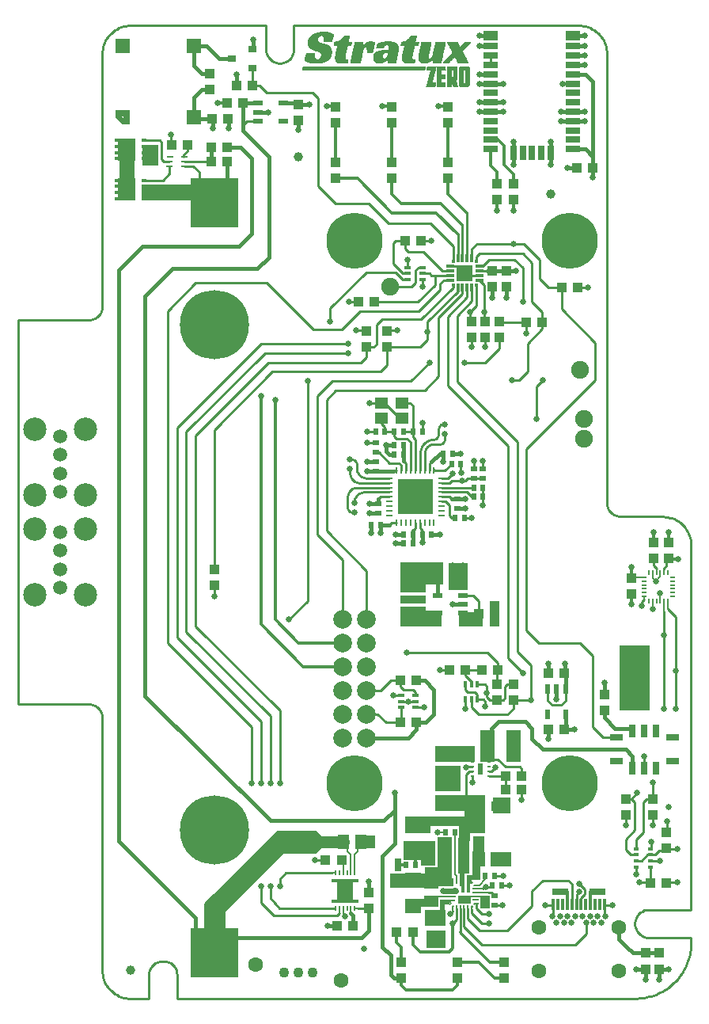
<source format=gtl>
%FSLAX24Y24*%
%MOIN*%
G70*
G01*
G75*
%ADD10C,0.0090*%
%ADD11R,0.1142X0.0157*%
%ADD12R,0.0650X0.1024*%
%ADD13R,0.0079X0.0236*%
%ADD14R,0.0354X0.0118*%
%ADD15R,0.0118X0.0354*%
%ADD16R,0.0118X0.0118*%
%ADD17R,0.0709X0.0709*%
%ADD18R,0.0197X0.0138*%
%ADD19R,0.1260X0.0701*%
%ADD20R,0.1063X0.0472*%
%ADD21R,0.0630X0.0709*%
%ADD22R,0.0709X0.0630*%
%ADD23R,0.0512X0.0591*%
%ADD24R,0.0591X0.0512*%
%ADD25R,0.0394X0.0433*%
%ADD26R,0.0315X0.0551*%
%ADD27R,0.0591X0.0276*%
%ADD28R,0.0276X0.0591*%
%ADD29R,0.0591X0.0394*%
%ADD30R,0.0630X0.0630*%
%ADD31R,0.0315X0.0630*%
%ADD32R,0.0630X0.0315*%
%ADD33C,0.0056*%
%ADD34R,0.0276X0.0118*%
%ADD35R,0.0118X0.0276*%
%ADD36R,0.0276X0.0098*%
%ADD37R,0.0315X0.0098*%
%ADD38R,0.0248X0.0177*%
%ADD39R,0.0748X0.0945*%
%ADD40R,0.0413X0.0236*%
%ADD41R,0.0384X0.0079*%
%ADD42C,0.0079*%
%ADD43R,0.0384X0.0236*%
%ADD44R,0.0039X0.0157*%
%ADD45R,0.0098X0.0581*%
%ADD46O,0.0098X0.0079*%
%ADD47C,0.0011*%
%ADD48R,0.0236X0.0192*%
%ADD49R,0.0074X0.0064*%
%ADD50C,0.0010*%
%ADD51R,0.0035X0.0044*%
%ADD52R,0.0079X0.0202*%
%ADD53R,0.0226X0.0079*%
%ADD54R,0.0044X0.0035*%
%ADD55R,0.0202X0.0079*%
%ADD56R,0.0079X0.0226*%
%ADD57R,0.0192X0.0236*%
%ADD58O,0.0079X0.0098*%
%ADD59R,0.0384X0.0098*%
%ADD60R,0.0064X0.0074*%
%ADD61R,0.0482X0.0079*%
%ADD62R,0.0315X0.0079*%
%ADD63R,0.0079X0.0315*%
%ADD64R,0.0236X0.0217*%
%ADD65R,0.0098X0.0039*%
%ADD66R,0.0354X0.0315*%
%ADD67R,0.0551X0.0315*%
%ADD68R,0.0551X0.0453*%
%ADD69R,0.0236X0.0413*%
%ADD70C,0.0394*%
%ADD71R,0.2016X0.2087*%
%ADD72R,0.0236X0.0276*%
%ADD73R,0.0276X0.0236*%
%ADD74R,0.0433X0.0394*%
%ADD75R,0.0236X0.0472*%
%ADD76R,0.0157X0.0098*%
%ADD77R,0.0079X0.0197*%
%ADD78R,0.0197X0.0079*%
%ADD79R,0.0098X0.0315*%
%ADD80R,0.1457X0.1457*%
%ADD81R,0.1311X0.2756*%
%ADD82R,0.0118X0.0472*%
%ADD83C,0.0100*%
%ADD84C,0.0150*%
%ADD85C,0.0140*%
%ADD86C,0.0170*%
%ADD87C,0.0120*%
%ADD88C,0.0079*%
%ADD89C,0.0110*%
%ADD90C,0.0630*%
%ADD91C,0.0098*%
%ADD92C,0.0070*%
%ADD93C,0.0512*%
%ADD94C,0.0230*%
%ADD95C,0.0236*%
%ADD96C,0.0060*%
%ADD97C,0.0010*%
%ADD98C,0.0118*%
%ADD99R,0.0394X0.1083*%
%ADD100R,0.1033X0.0640*%
%ADD101R,0.1102X0.1102*%
%ADD102R,0.1063X0.0354*%
%ADD103R,0.0748X0.0709*%
%ADD104R,0.0630X0.1339*%
%ADD105R,0.0630X0.1358*%
%ADD106R,0.1654X0.0709*%
%ADD107R,0.0866X0.1614*%
%ADD108R,0.0453X0.0906*%
%ADD109R,0.1594X0.0610*%
%ADD110R,0.0512X0.1516*%
%ADD111R,0.2736X0.0433*%
%ADD112R,0.0787X0.0748*%
%ADD113R,0.2264X0.0689*%
%ADD114R,0.0689X0.0906*%
%ADD115R,0.0236X0.0610*%
%ADD116R,0.0177X0.0315*%
%ADD117R,0.1161X0.0787*%
%ADD118R,0.0689X0.0098*%
%ADD119R,0.0394X0.0571*%
%ADD120R,0.0728X0.0098*%
%ADD121R,0.0768X0.0335*%
%ADD122R,0.0217X0.0689*%
%ADD123R,0.0866X0.0689*%
%ADD124R,0.1319X0.0827*%
%ADD125R,0.0591X0.0276*%
%ADD126R,0.0630X0.1299*%
%ADD127R,0.0531X0.0354*%
%ADD128R,0.0177X0.0748*%
%ADD129R,0.0492X0.0236*%
%ADD130R,0.0335X0.1063*%
%ADD131R,0.0886X0.0610*%
%ADD132R,0.0512X0.0768*%
%ADD133R,0.0807X0.0551*%
%ADD134R,0.1457X0.0492*%
%ADD135R,0.0817X0.1181*%
%ADD136R,0.1801X0.0945*%
%ADD137R,0.0707X0.0295*%
%ADD138R,0.1772X0.0640*%
%ADD139C,0.0787*%
%ADD140C,0.2362*%
%ADD141C,0.0748*%
%ADD142C,0.0591*%
%ADD143C,0.0984*%
%ADD144C,0.2913*%
%ADD145C,0.0433*%
%ADD146C,0.0630*%
%ADD147C,0.0551*%
%ADD148C,0.0256*%
%ADD149C,0.0260*%
%ADD150C,0.0230*%
D10*
X407677Y415797D02*
X407691Y415695D01*
X407730Y415600D01*
X407792Y415519D01*
X407874Y415456D01*
X407969Y415417D01*
X408071Y415404D01*
X408268Y415010D02*
X408166Y414996D01*
X408071Y414957D01*
X407989Y414895D01*
X407927Y414813D01*
X407887Y414718D01*
X407874Y414616D01*
X407579Y414370D02*
X407605Y414272D01*
X407677Y414200D01*
X407776Y414173D01*
X407972Y415207D02*
X407871Y415193D01*
X407776Y415154D01*
X407694Y415091D01*
X407631Y415010D01*
X407592Y414915D01*
X407579Y414813D01*
X407972Y415992D02*
X407986Y415890D01*
X408025Y415795D01*
X408088Y415714D01*
X408169Y415651D01*
X408264Y415612D01*
X408366Y415598D01*
X407972Y416189D02*
X407946Y416287D01*
X407874Y416359D01*
X407776Y416386D01*
X411220Y417028D02*
X411119Y417014D01*
X411024Y416975D01*
X410942Y416912D01*
X410880Y416831D01*
X410840Y416736D01*
X410827Y416634D01*
X411463Y417028D02*
X411561Y417054D01*
X411633Y417126D01*
X411659Y417224D01*
X411219Y417224D02*
X411317Y417251D01*
X411389Y417323D01*
X411415Y417421D01*
X411220Y417224D02*
X411118Y417215D01*
X411018Y417189D01*
X410925Y417145D01*
X410841Y417086D01*
X410768Y417013D01*
X410709Y416929D01*
X410666Y416836D01*
X410639Y416736D01*
X410630Y416634D01*
X411614Y417868D02*
X411516Y417842D01*
X411444Y417770D01*
X411417Y417671D01*
X413100Y409892D02*
Y410423D01*
X412864Y410659D02*
X413100Y410423D01*
X412441Y410659D02*
X412864D01*
X409823Y406201D02*
X410453D01*
X420423Y402106D02*
Y402805D01*
X419547Y402106D02*
X419783Y402343D01*
Y402362D01*
X417028Y397650D02*
Y398524D01*
X415354Y398228D02*
X415797Y398671D01*
X416880D01*
X417028Y398524D01*
X410089Y408268D02*
X413484D01*
X413917Y407835D01*
X415108Y409183D02*
X415630Y408661D01*
X417372D01*
X417913Y408120D01*
Y405118D02*
Y408120D01*
Y405118D02*
X418348Y404683D01*
X418898D01*
X415529Y419466D02*
X415797Y419734D01*
X415529Y418088D02*
Y419466D01*
X413228Y395965D02*
X417175D01*
X417638Y396427D01*
Y396882D01*
X420079Y403396D02*
Y403888D01*
X415305Y406250D02*
Y407726D01*
X414724Y408307D02*
X415305Y407726D01*
X414331Y408012D02*
Y416968D01*
Y408012D02*
X414961Y407382D01*
X415108Y409183D02*
Y416831D01*
X420215Y399743D02*
X420530D01*
X419959Y399487D02*
X420215Y399743D01*
X419723Y399487D02*
X419959D01*
X419723Y398938D02*
Y399231D01*
X412539Y405896D02*
Y406280D01*
X409508Y424626D02*
Y425492D01*
X409606Y425591D01*
X410000D01*
X411634Y397766D02*
X411789D01*
X413652Y398159D02*
X413780Y398032D01*
X413504Y398159D02*
X413652D01*
X412736Y422185D02*
Y422598D01*
X413435Y406398D02*
X413573Y406260D01*
X413051Y406909D02*
X413366D01*
X413435Y406841D01*
X413386Y406004D02*
Y406201D01*
X413307Y406280D02*
X413386Y406201D01*
X413051Y406280D02*
X413307D01*
X414567Y405905D02*
Y406260D01*
X414321Y405659D02*
X414567Y405905D01*
X413091Y405659D02*
X414321D01*
X412795Y405955D02*
X413091Y405659D01*
X412795Y405955D02*
Y406280D01*
X412539Y406703D02*
Y406909D01*
Y406703D02*
X412648Y406595D01*
X412943D01*
X413051Y406486D01*
Y406280D02*
Y406486D01*
X413878Y406929D02*
Y407480D01*
X414311Y406929D02*
X414567D01*
X414222Y406841D02*
X414311Y406929D01*
X414222Y406348D02*
Y406841D01*
X414134Y406260D02*
X414222Y406348D01*
X414577Y406250D02*
X415305D01*
X411467Y407530D02*
X411870D01*
X412539Y407293D02*
Y407530D01*
Y407293D02*
X412795Y407037D01*
Y406860D02*
Y407037D01*
X412539Y407530D02*
X413248D01*
X413917D02*
Y407835D01*
X410669Y425591D02*
X411102D01*
X407638Y423032D02*
X408032D01*
X411122Y424134D02*
X411909D01*
X411260Y423740D02*
Y424134D01*
X410551Y423032D02*
X411260Y423740D01*
X408701Y423032D02*
X410551D01*
X411476Y423780D02*
X411634Y423937D01*
X411476Y423524D02*
Y423780D01*
X410571Y422618D02*
X411476Y423524D01*
X408366Y424272D02*
X409606D01*
X406841Y422195D02*
Y422746D01*
X408366Y424272D01*
X410748Y423642D02*
Y423957D01*
X410118Y424468D02*
Y424803D01*
X409921Y424213D02*
X410118D01*
X409508Y424626D02*
X409921Y424213D01*
X410000Y425256D02*
X410000D01*
X410787Y425118D02*
X411575Y424331D01*
X410000Y425256D02*
Y425591D01*
Y425256D02*
X410138Y425118D01*
X410787D01*
X409606Y424272D02*
X409921Y423957D01*
X410118D01*
X409374Y423673D02*
X410287D01*
X410453Y423839D01*
Y424350D01*
X410571Y424468D01*
X410748D01*
Y424213D02*
X411043D01*
X411122Y424134D01*
X411575Y424331D02*
X411909D01*
X413917Y403760D02*
X414232Y403445D01*
X413642Y403248D02*
X413819Y403425D01*
X413543Y403248D02*
X413642D01*
X413701Y403760D02*
X413917D01*
X412579Y403445D02*
X412835D01*
Y402795D02*
Y403051D01*
X412559Y402185D02*
Y403109D01*
X412698Y403248D01*
X412835D01*
X406201Y399508D02*
X406654D01*
X413009Y397483D02*
Y397687D01*
X407087Y421260D02*
X407234Y421260D01*
X407598Y421260D01*
X413386Y421112D02*
Y421516D01*
X412795Y421112D02*
Y421516D01*
X409301Y426329D02*
X411073D01*
X408465Y427165D02*
X409301Y426329D01*
X408465Y427165D02*
Y427165D01*
X400000Y422638D02*
X401181Y423819D01*
X403937Y421260D02*
X407087D01*
X400394Y417717D02*
X403937Y421260D01*
X400787Y409134D02*
Y417559D01*
X404095Y420866D01*
X401181Y417402D02*
X404252Y420472D01*
X401968Y417638D02*
X404409Y420079D01*
X405118Y409646D02*
Y409646D01*
X414724Y408307D02*
Y417126D01*
X413780Y397638D02*
X414095D01*
X414075Y398474D02*
X414419D01*
X413780Y398868D02*
X414124D01*
X415108Y416831D02*
X418012Y419734D01*
X407087Y427165D02*
X408465D01*
X406348Y427904D02*
X407087Y427165D01*
X403356Y430630D02*
X403799D01*
X403543Y402756D02*
Y405118D01*
X400394Y408898D02*
Y417717D01*
Y408898D02*
X403937Y405354D01*
Y402756D02*
Y405354D01*
X400787Y409134D02*
X404331Y405591D01*
Y402756D02*
Y405591D01*
X401181Y409370D02*
Y417402D01*
Y409370D02*
X404724Y405827D01*
Y402756D02*
Y405827D01*
X404724Y398425D02*
Y398720D01*
X404980Y398976D01*
X406949D01*
X404705Y397480D02*
X407008D01*
X404331Y397933D02*
Y398425D01*
Y397933D02*
X404705Y397480D01*
X404478Y397195D02*
X407136D01*
X403937Y397736D02*
Y398425D01*
Y397736D02*
X404478Y397195D01*
X401968Y410630D02*
Y411083D01*
Y411752D02*
Y417638D01*
X401329Y428100D02*
Y428494D01*
X401083Y428740D02*
X401329Y428494D01*
X400709Y428740D02*
X401083D01*
X400827Y429370D02*
Y429626D01*
X400689Y429232D02*
X400827Y429370D01*
X400689Y429134D02*
Y429232D01*
X400148Y429636D02*
Y430069D01*
X400709Y428937D02*
X401831D01*
X399852D02*
X400079D01*
X399754Y429035D02*
X399852Y428937D01*
X399754Y429035D02*
Y429724D01*
X399665Y429813D02*
X399754Y429724D01*
X398990Y429813D02*
X399665D01*
X400079Y428425D02*
Y428740D01*
X399793Y428140D02*
X400079Y428425D01*
X398990Y428140D02*
X399793D01*
X412648Y415600D02*
X413287D01*
X411959Y415502D02*
X412549D01*
X420374Y400020D02*
Y400295D01*
X411909Y424528D02*
X412274D01*
X412717Y424134D02*
X413130D01*
X409350Y413632D02*
X409429Y413711D01*
X409646D01*
X408858Y414715D02*
X408957Y414813D01*
X409331D01*
X408514Y418750D02*
X408996D01*
X409016Y418770D02*
X409134D01*
X409764Y418140D01*
X409882D01*
X409016Y417904D02*
Y418140D01*
Y417904D02*
X409154Y417766D01*
Y417569D02*
Y417766D01*
X410335Y417323D02*
Y418652D01*
X409882Y418770D02*
X410217D01*
X410335Y418652D01*
X409154Y417569D02*
X409547D01*
X410433Y415915D02*
Y417224D01*
X409941Y417569D02*
X410335D01*
Y417323D02*
X410433Y417224D01*
X409646Y417274D02*
X410089D01*
X409547Y417372D02*
X409646Y417274D01*
X409547Y417372D02*
Y417569D01*
X410236Y415915D02*
Y417126D01*
X410089Y417274D02*
X410236Y417126D01*
X410039Y415915D02*
Y416240D01*
X409941Y416339D02*
X410039Y416240D01*
X409843Y415915D02*
Y416142D01*
X411220Y415915D02*
Y415994D01*
X412894Y415994D02*
Y416339D01*
X413287Y415994D02*
Y416339D01*
X411535Y414616D02*
X411713D01*
X411860Y414468D01*
X411535Y414813D02*
X411860D01*
X411959Y414715D01*
X412598Y415010D02*
X412795Y414813D01*
X412894D01*
X411535Y415010D02*
X412598D01*
X411535Y415207D02*
X412894D01*
X412549Y415502D02*
X412648Y415600D01*
X411860Y415404D02*
X411959Y415502D01*
X411535Y415404D02*
X411860D01*
X413287Y414468D02*
Y415207D01*
X411959Y413927D02*
X412106D01*
X411860Y414026D02*
X411959Y413927D01*
X411860Y414026D02*
Y414468D01*
X412500Y413927D02*
X412795D01*
X413622Y432992D02*
Y433386D01*
X407136Y397195D02*
X407244Y397303D01*
X407480Y397146D02*
Y397195D01*
X408012Y397480D02*
X408445D01*
X411890Y397264D02*
X412008Y397382D01*
X404409Y420079D02*
X408976D01*
X413012Y422874D02*
Y423740D01*
X412736Y422598D02*
X413012Y422874D01*
X413130Y423937D02*
X413327Y423740D01*
X413130Y424331D02*
X413583D01*
X412618Y423209D02*
Y423622D01*
X412421Y423366D02*
Y423622D01*
X411516Y422461D02*
X412421Y423366D01*
X412224Y423465D02*
Y423622D01*
X412028Y423622D02*
Y423740D01*
X410689Y422283D02*
X412028Y423622D01*
X409035Y422283D02*
X410689D01*
X408799Y422047D02*
X409035Y422283D01*
X411634Y423937D02*
X411909D01*
X400000Y408661D02*
Y422638D01*
Y408661D02*
X403543Y405118D01*
X418012Y419734D02*
Y421299D01*
X412028Y424724D02*
Y425374D01*
X411073Y426329D02*
X412028Y425374D01*
X413278Y398317D02*
X413366Y398405D01*
X413612D01*
X416014Y406230D02*
Y406732D01*
Y406230D02*
X416191Y406053D01*
X416585D02*
X416762Y406230D01*
X416191Y406053D02*
X416585D01*
X416762Y406230D02*
Y406732D01*
X413976Y421063D02*
Y421516D01*
X415157Y421260D02*
X415787Y421890D01*
X415157Y420079D02*
Y421260D01*
X414813Y419734D02*
X415157Y420079D01*
X414518Y419734D02*
X414813D01*
X414016Y422146D02*
X415118D01*
X414961Y423032D02*
Y424459D01*
X414616Y424803D02*
X414961Y424459D01*
X413533Y424803D02*
X414616D01*
X413258Y424528D02*
X413533Y424803D01*
X413130Y424528D02*
X413258D01*
X413012Y424724D02*
Y424921D01*
X413140Y425049D01*
X414961D01*
X415354Y424655D01*
Y423032D02*
Y424655D01*
Y423032D02*
X415787Y422598D01*
Y421890D02*
Y422598D01*
X414823Y403445D02*
X414922Y403346D01*
Y403071D02*
Y403346D01*
X414232Y403445D02*
X414823D01*
X414922Y402048D02*
Y402480D01*
X413543Y403051D02*
X414233D01*
X414253Y402480D02*
Y403071D01*
X415118Y421693D02*
Y422146D01*
X417264Y423622D02*
X417717D01*
X412815Y425256D02*
X413032Y425472D01*
X412815Y424843D02*
Y425256D01*
X415000Y425472D02*
X415669Y424803D01*
Y423976D02*
Y424803D01*
Y423976D02*
X416024Y423622D01*
X416595D01*
Y422717D02*
Y423622D01*
Y422717D02*
X418012Y421299D01*
X413032Y425472D02*
X415000D01*
X409252Y421122D02*
X410650D01*
X410945Y421417D01*
Y422185D02*
X412224Y423465D01*
X420530Y399743D02*
X420709Y399921D01*
X421024D01*
Y400000D02*
X421457D01*
X421024Y400689D02*
Y401142D01*
X420353Y399487D02*
X420747D01*
X420353Y398623D02*
Y399231D01*
X419882Y398583D02*
X420325D01*
X421014D02*
X421457D01*
X404252Y420472D02*
X408150D01*
X408681Y421122D02*
X408799Y421240D01*
X408366Y421122D02*
X408681D01*
X408799Y421240D02*
Y422047D01*
X404173Y423819D02*
X406142Y421850D01*
X407323D01*
X408091Y422618D01*
X401181Y423819D02*
X404173D01*
X408091Y422618D02*
X410571D01*
X407953Y421811D02*
X408346D01*
X409272D02*
X409685D01*
X407087Y419291D02*
X410827D01*
X406693Y418898D02*
X407087Y419291D01*
X406693Y413386D02*
Y418898D01*
X412520Y420472D02*
X413386D01*
X413976Y421063D01*
X410236Y419685D02*
X411024Y420472D01*
X406929Y419685D02*
X410236D01*
X406299Y419055D02*
X406929Y419685D01*
X406299Y413228D02*
Y419055D01*
Y413228D02*
X407374Y412154D01*
Y409673D02*
Y412154D01*
X405905Y410433D02*
Y419685D01*
X405118Y409646D02*
X405905Y410433D01*
X408366Y420689D02*
Y421122D01*
X408150Y420472D02*
X408366Y420689D01*
X409252Y420354D02*
Y421122D01*
X408976Y420079D02*
X409252Y420354D01*
X410945Y421417D02*
Y422185D01*
X404095Y420866D02*
X407598D01*
X413327Y422185D02*
Y423740D01*
X408374Y409673D02*
Y411705D01*
X406693Y413386D02*
X408374Y411705D01*
X411516Y422461D02*
X411516D01*
X411417Y422362D02*
X411516Y422461D01*
X411417Y419882D02*
Y422362D01*
X410827Y419291D02*
X411417Y419882D01*
X412618Y423209D02*
X412618D01*
X411811Y422402D02*
X412618Y423209D01*
X411811Y419488D02*
Y422402D01*
Y419488D02*
X414331Y416968D01*
X412205Y422441D02*
X412815Y423051D01*
X412205Y419646D02*
Y422441D01*
Y419646D02*
X414724Y417126D01*
X412815Y423051D02*
Y423622D01*
X411535Y415600D02*
X411821D01*
X412008Y415787D01*
X411220Y415915D02*
X411683D01*
X411959Y416191D01*
X411024Y415915D02*
Y416191D01*
X411122Y416289D01*
X412352Y415837D02*
Y416191D01*
X410630Y413484D02*
Y413711D01*
Y413484D02*
X410728Y413386D01*
Y413238D02*
Y413386D01*
X407677Y415797D02*
Y415992D01*
X408071Y415404D02*
X409331D01*
X407874Y414567D02*
Y414616D01*
X408268Y415010D02*
X409331D01*
X407776Y414173D02*
X407874D01*
X407579Y414370D02*
X407579Y414813D01*
X407972Y415207D02*
X409331D01*
X408366Y415598D02*
X409331Y415600D01*
X407972Y415992D02*
X407972Y416189D01*
X407677Y416386D02*
X407776D01*
X411659Y417474D02*
X411659Y417224D01*
X410827Y415915D02*
Y416634D01*
X411220Y417028D02*
X411463D01*
X411614Y417868D02*
X411659Y417868D01*
X410630Y415915D02*
Y416634D01*
X411417Y417423D02*
Y417671D01*
X420423Y400984D02*
Y401437D01*
X419291Y400984D02*
Y401437D01*
Y399951D02*
X419499Y399743D01*
X419723D01*
X416240Y397177D02*
Y397650D01*
X418405Y397177D02*
Y397650D01*
X415896Y397638D02*
X416228D01*
X418417D02*
X418750D01*
X417224Y397650D02*
Y398081D01*
X417323Y398179D01*
X417421Y397650D02*
Y397933D01*
X417569Y398081D01*
Y398278D01*
X417323Y398524D02*
X417569Y398278D01*
X413248Y397244D02*
X413533D01*
X413009Y397483D02*
X413248Y397244D01*
X413140Y396555D02*
X414321D01*
X415354Y397589D01*
Y398228D01*
X419723Y399999D02*
Y400382D01*
X419291Y399951D02*
Y400394D01*
X419685Y400787D01*
Y401968D01*
X419547Y402106D02*
X419685Y401968D01*
X419291Y402106D02*
X419547D01*
X420030Y400689D02*
Y401968D01*
X420167Y402106D01*
X420423D01*
X419723Y400382D02*
X420030Y400689D01*
X412165Y397008D02*
Y397485D01*
X412008Y396850D02*
X412165Y397008D01*
X412323Y396476D02*
Y397485D01*
X412480Y396713D02*
X413228Y395965D01*
X412480Y396713D02*
Y397485D01*
X412638Y397057D02*
X413140Y396555D01*
X412638Y397057D02*
Y397485D01*
X412795Y397293D02*
Y397473D01*
Y397293D02*
X413238Y396850D01*
X413533D01*
X403189Y430463D02*
X403356Y430630D01*
X413435Y406398D02*
Y406841D01*
X413573Y406260D02*
X414134D01*
X406102Y431841D02*
X406348Y431595D01*
X404183Y431841D02*
X406102D01*
X403888Y432136D02*
X404183Y431841D01*
X403583Y432136D02*
X403888D01*
X406348Y427904D02*
Y431595D01*
X403583Y432136D02*
Y432874D01*
X419980Y410384D02*
X420079Y410482D01*
X419980Y410236D02*
Y410384D01*
X420905Y405905D02*
Y409980D01*
X421063Y410089D02*
X421407Y409744D01*
Y405905D02*
Y409744D01*
X420472Y411909D02*
X420591Y411791D01*
X420472Y411909D02*
Y412215D01*
X420905Y411801D02*
X421014Y411909D01*
Y412155D01*
X420276Y397441D02*
X422047Y397441D01*
X420276Y396260D02*
X422047Y396260D01*
X419095Y413976D02*
X420866D01*
X400394Y393701D02*
Y394685D01*
X399213Y393701D02*
Y394685D01*
X398425Y393701D02*
X399213D01*
X404134Y433661D02*
Y434646D01*
X405315Y433661D02*
Y434646D01*
D11*
X407480Y397795D02*
D03*
Y398661D02*
D03*
D12*
Y398228D02*
D03*
D13*
X407244Y398976D02*
D03*
X407087D02*
D03*
X407874D02*
D03*
X407717D02*
D03*
X407559D02*
D03*
X407402D02*
D03*
X407717Y397480D02*
D03*
X407874D02*
D03*
X407087D02*
D03*
X407244D02*
D03*
X407402D02*
D03*
X407559D02*
D03*
D14*
X413130Y424134D02*
D03*
Y423937D02*
D03*
Y424331D02*
D03*
Y424528D02*
D03*
X411909Y424331D02*
D03*
Y424528D02*
D03*
Y424134D02*
D03*
Y423937D02*
D03*
D15*
X412618Y424843D02*
D03*
X412815D02*
D03*
X412421D02*
D03*
X412224D02*
D03*
X412421Y423622D02*
D03*
X412224D02*
D03*
X412618D02*
D03*
X412815D02*
D03*
D16*
X412028Y423740D02*
D03*
Y424724D02*
D03*
X413012D02*
D03*
Y423740D02*
D03*
D17*
X412520Y424232D02*
D03*
D18*
X419723Y399487D02*
D03*
Y399743D02*
D03*
Y399231D02*
D03*
Y399999D02*
D03*
X420353Y399487D02*
D03*
Y399743D02*
D03*
Y399231D02*
D03*
Y399999D02*
D03*
D19*
X411909Y403982D02*
D03*
Y401923D02*
D03*
D20*
X410532Y399813D02*
D03*
Y400876D02*
D03*
X410335Y411014D02*
D03*
Y409951D02*
D03*
D21*
X414587Y404331D02*
D03*
X413484D02*
D03*
D22*
X410335Y397589D02*
D03*
Y398691D02*
D03*
D23*
X412087Y411417D02*
D03*
X411339D02*
D03*
X411732Y399262D02*
D03*
X412480D02*
D03*
X412480Y400079D02*
D03*
X411732D02*
D03*
X413898Y399557D02*
D03*
X413150D02*
D03*
X408150Y400295D02*
D03*
X407402D02*
D03*
D24*
X411122Y397805D02*
D03*
Y398553D02*
D03*
D25*
X409843Y395217D02*
D03*
Y394547D02*
D03*
X412205D02*
D03*
Y395217D02*
D03*
X407087Y430571D02*
D03*
Y431240D02*
D03*
X409449D02*
D03*
Y430571D02*
D03*
X411811D02*
D03*
Y431240D02*
D03*
X401968Y411083D02*
D03*
Y411752D02*
D03*
X409252Y421791D02*
D03*
Y421122D02*
D03*
X413976Y422185D02*
D03*
Y421516D02*
D03*
X418405Y406486D02*
D03*
Y405817D02*
D03*
X412795Y421516D02*
D03*
Y422185D02*
D03*
X413386D02*
D03*
Y421516D02*
D03*
X413671Y423642D02*
D03*
Y424311D02*
D03*
X414262D02*
D03*
Y423642D02*
D03*
X420128Y394941D02*
D03*
Y395610D02*
D03*
X413878Y406260D02*
D03*
Y406929D02*
D03*
X408465Y397500D02*
D03*
Y398169D02*
D03*
X414567Y406260D02*
D03*
Y406929D02*
D03*
X420718Y395610D02*
D03*
Y394941D02*
D03*
X405512Y431339D02*
D03*
Y430669D02*
D03*
X414173Y395217D02*
D03*
Y394547D02*
D03*
X408366Y421791D02*
D03*
Y421122D02*
D03*
X411417Y397037D02*
D03*
Y396368D02*
D03*
X420423Y402106D02*
D03*
Y401437D02*
D03*
X419291D02*
D03*
Y402106D02*
D03*
X421014Y400010D02*
D03*
Y400679D02*
D03*
X407087Y428878D02*
D03*
Y428209D02*
D03*
X409449D02*
D03*
Y428878D02*
D03*
X411811D02*
D03*
Y428209D02*
D03*
X401772Y432618D02*
D03*
Y431949D02*
D03*
X414567Y427992D02*
D03*
Y427323D02*
D03*
X413878D02*
D03*
Y427992D02*
D03*
X421112Y412884D02*
D03*
Y412215D02*
D03*
X419537Y411407D02*
D03*
Y410738D02*
D03*
X420472Y412884D02*
D03*
Y412215D02*
D03*
D26*
X419587Y403396D02*
D03*
X420571D02*
D03*
X420079D02*
D03*
X420571Y404970D02*
D03*
X419587D02*
D03*
X420079D02*
D03*
X409705Y399311D02*
D03*
D27*
X417087Y429449D02*
D03*
Y429843D02*
D03*
Y430236D02*
D03*
Y430630D02*
D03*
Y431024D02*
D03*
Y431417D02*
D03*
Y431811D02*
D03*
Y432205D02*
D03*
Y432598D02*
D03*
Y432992D02*
D03*
Y433386D02*
D03*
Y433780D02*
D03*
X413622Y429449D02*
D03*
Y429843D02*
D03*
Y430236D02*
D03*
Y430630D02*
D03*
Y431024D02*
D03*
Y431417D02*
D03*
Y431811D02*
D03*
X413622Y432205D02*
D03*
X413622Y432598D02*
D03*
Y432992D02*
D03*
Y433386D02*
D03*
Y433780D02*
D03*
D28*
X415354Y429291D02*
D03*
X415748D02*
D03*
X416142D02*
D03*
X414961D02*
D03*
X414567D02*
D03*
D29*
X417087Y434232D02*
D03*
X413622D02*
D03*
D30*
X398110Y433780D02*
D03*
X401102Y430787D02*
D03*
Y433780D02*
D03*
D31*
X398268Y430787D02*
D03*
D32*
X398110Y430945D02*
D03*
D33*
X398228Y430631D02*
X398109Y430512D01*
X397835Y430787D01*
X397954Y430906D01*
X398228Y430631D01*
X398162D02*
X398109Y430578D01*
X397901Y430787D01*
X397954Y430840D01*
X398162Y430631D01*
X398106Y430641D02*
X397957Y430776D01*
D34*
X410453Y406201D02*
D03*
Y405945D02*
D03*
Y406457D02*
D03*
X409823Y406201D02*
D03*
Y405945D02*
D03*
Y406457D02*
D03*
X410118Y424468D02*
D03*
Y423957D02*
D03*
X410748Y424213D02*
D03*
Y424468D02*
D03*
Y423957D02*
D03*
X410118Y424213D02*
D03*
D35*
X412795Y406909D02*
D03*
X413051D02*
D03*
X412539D02*
D03*
X413051Y406280D02*
D03*
X412539D02*
D03*
X412795D02*
D03*
D36*
X400709Y429134D02*
D03*
X400709Y428740D02*
D03*
Y428937D02*
D03*
X400079Y428740D02*
D03*
Y428937D02*
D03*
D37*
X400098Y429134D02*
D03*
X409331Y415600D02*
D03*
Y415404D02*
D03*
Y415207D02*
D03*
Y415010D02*
D03*
Y414026D02*
D03*
Y414222D02*
D03*
Y414419D02*
D03*
Y414616D02*
D03*
Y414813D02*
D03*
X411535Y414026D02*
D03*
Y414222D02*
D03*
Y414419D02*
D03*
Y414616D02*
D03*
Y415600D02*
D03*
Y415404D02*
D03*
Y415207D02*
D03*
Y415010D02*
D03*
Y414813D02*
D03*
D38*
X397860Y429045D02*
D03*
X398990Y429557D02*
D03*
Y429301D02*
D03*
Y429045D02*
D03*
Y429813D02*
D03*
X397860Y429301D02*
D03*
Y429557D02*
D03*
Y429813D02*
D03*
Y428140D02*
D03*
Y427884D02*
D03*
Y427628D02*
D03*
X398990Y428140D02*
D03*
Y427372D02*
D03*
Y427628D02*
D03*
Y427884D02*
D03*
X397860Y427372D02*
D03*
D39*
X398272Y429429D02*
D03*
Y427756D02*
D03*
D40*
X412441Y410285D02*
D03*
Y409911D02*
D03*
Y410659D02*
D03*
X411378Y409911D02*
D03*
Y410659D02*
D03*
X404862Y430630D02*
D03*
Y431378D02*
D03*
X403799Y430630D02*
D03*
Y431378D02*
D03*
Y431004D02*
D03*
D41*
X411885Y398002D02*
D03*
D42*
X412077D02*
D03*
Y398159D02*
D03*
Y398317D02*
D03*
X412884D02*
D03*
Y398159D02*
D03*
X412165Y398563D02*
D03*
Y397598D02*
D03*
X412323D02*
D03*
X412480D02*
D03*
X412638D02*
D03*
X412628Y398002D02*
D03*
X412008Y398474D02*
D03*
X412323Y398573D02*
D03*
X412884Y397845D02*
D03*
D43*
X411885Y398238D02*
D03*
D44*
X412096D02*
D03*
D45*
X412648Y398499D02*
D03*
X412470D02*
D03*
D46*
X412648Y398209D02*
D03*
X412470D02*
D03*
D47*
X412826Y398598D02*
X412771Y398542D01*
X412747Y398566D01*
X412802Y398622D01*
X412826Y398598D01*
X412813D02*
X412771Y398555D01*
X412760Y398566D01*
X412802Y398608D01*
X412813Y398598D01*
X412805Y398593D02*
X412769Y398571D01*
X411940Y397712D02*
X411885Y397656D01*
X411861Y397680D01*
X411916Y397736D01*
X411940Y397712D01*
X411927D02*
X411885Y397669D01*
X411874Y397680D01*
X411916Y397722D01*
X411927Y397712D01*
X411918Y397707D02*
X411882Y397685D01*
X411918Y398473D02*
X411877Y398515D01*
X411968Y398605D01*
X412009Y398564D01*
X411918Y398473D01*
Y398487D02*
X411890Y398515D01*
X411968Y398592D01*
X411995Y398564D01*
X411918Y398487D01*
Y398500D02*
X411904Y398515D01*
X411968Y398579D01*
X411982Y398564D01*
X411918Y398500D01*
Y398513D02*
X411917Y398515D01*
X411968Y398565D01*
X411969Y398564D01*
X411918Y398513D01*
X411928Y398517D02*
X411958Y398562D01*
D48*
X412717Y398693D02*
D03*
D49*
X412734Y398565D02*
D03*
D50*
X411975Y397574D02*
X412012Y397611D01*
X412033Y397590D01*
X411996Y397553D01*
X411975Y397574D01*
X411987D02*
X412012Y397600D01*
X412022Y397590D01*
X411996Y397565D01*
X411987Y397574D01*
X411994Y397579D02*
X412015Y397586D01*
X412871Y398470D02*
X412908Y398507D01*
X412929Y398486D01*
X412892Y398449D01*
X412871Y398470D01*
X412883D02*
X412908Y398495D01*
X412917Y398486D01*
X412892Y398461D01*
X412883Y398470D01*
X412890Y398475D02*
X412910Y398481D01*
X412908Y397654D02*
X412871Y397692D01*
X412892Y397712D01*
X412929Y397675D01*
X412908Y397654D01*
Y397666D02*
X412883Y397692D01*
X412892Y397701D01*
X412917Y397675D01*
X412908Y397666D01*
X412903Y397673D02*
X412897Y397694D01*
X412791Y397611D02*
X412828Y397574D01*
X412807Y397553D01*
X412770Y397590D01*
X412791Y397611D01*
Y397600D02*
X412816Y397574D01*
X412807Y397565D01*
X412781Y397590D01*
X412791Y397600D01*
X412795Y397593D02*
X412802Y397572D01*
D51*
X412030Y397596D02*
D03*
X412773D02*
D03*
D52*
X412008Y397473D02*
D03*
X412795D02*
D03*
D53*
X412997Y398317D02*
D03*
Y398159D02*
D03*
Y397845D02*
D03*
D54*
X412886Y398452D02*
D03*
Y397709D02*
D03*
D55*
X413009Y398474D02*
D03*
Y397687D02*
D03*
D56*
X412165Y398676D02*
D03*
Y397485D02*
D03*
X412323D02*
D03*
X412480D02*
D03*
X412638D02*
D03*
D57*
X411789Y397766D02*
D03*
D58*
X412077Y397835D02*
D03*
D59*
X411885D02*
D03*
D60*
X411917Y397748D02*
D03*
D61*
X412869Y398002D02*
D03*
D62*
X411850Y398474D02*
D03*
D63*
X412008Y398632D02*
D03*
D64*
X412402Y398681D02*
D03*
D65*
X412372Y398553D02*
D03*
D66*
X403583Y432874D02*
D03*
Y433661D02*
D03*
X402717Y433268D02*
D03*
D67*
X418898Y403683D02*
D03*
Y404683D02*
D03*
X421260Y403683D02*
D03*
Y404683D02*
D03*
D68*
X409882Y418770D02*
D03*
X409016D02*
D03*
Y418140D02*
D03*
X409882D02*
D03*
D69*
X416014Y405669D02*
D03*
X416762D02*
D03*
X416014Y406732D02*
D03*
X416762D02*
D03*
X416388D02*
D03*
D70*
X398425Y394882D02*
D03*
X405512Y429134D02*
D03*
X416142Y427559D02*
D03*
D71*
X401968Y395630D02*
D03*
Y427205D02*
D03*
D72*
X411713Y400699D02*
D03*
X412106D02*
D03*
X411959Y416191D02*
D03*
X412352D02*
D03*
X412500Y413927D02*
D03*
X412106D02*
D03*
X412894Y414813D02*
D03*
X413287D02*
D03*
Y415207D02*
D03*
X412894D02*
D03*
X412008Y416634D02*
D03*
X411614D02*
D03*
X410728Y413238D02*
D03*
X411122D02*
D03*
X408563Y413632D02*
D03*
X408957D02*
D03*
X409547Y416585D02*
D03*
X409941D02*
D03*
Y416978D02*
D03*
X409547D02*
D03*
X409941Y413238D02*
D03*
X410335D02*
D03*
Y412845D02*
D03*
X409941D02*
D03*
Y417569D02*
D03*
X409547D02*
D03*
X410335D02*
D03*
X410728D02*
D03*
X408760D02*
D03*
X409154D02*
D03*
X410433Y399311D02*
D03*
X410039D02*
D03*
X413386Y398868D02*
D03*
X413780D02*
D03*
X414075Y398474D02*
D03*
X413681D02*
D03*
D73*
X408760Y416289D02*
D03*
Y415896D02*
D03*
X408858Y414518D02*
D03*
Y414124D02*
D03*
X412205Y414715D02*
D03*
Y414321D02*
D03*
X413287Y415994D02*
D03*
Y415600D02*
D03*
X408760Y417077D02*
D03*
Y416683D02*
D03*
X412894Y415600D02*
D03*
Y415994D02*
D03*
X413780Y398032D02*
D03*
Y397638D02*
D03*
D74*
X415118Y422146D02*
D03*
X415787D02*
D03*
X416595Y423622D02*
D03*
X417264D02*
D03*
X408032Y423032D02*
D03*
X408701D02*
D03*
X414253Y402480D02*
D03*
X414922D02*
D03*
X414253Y403071D02*
D03*
X414922D02*
D03*
X416053Y405020D02*
D03*
X416722D02*
D03*
Y407382D02*
D03*
X416053D02*
D03*
X413839Y401791D02*
D03*
X413170D02*
D03*
X402520Y431398D02*
D03*
X403189D02*
D03*
X407146Y396752D02*
D03*
X407815D02*
D03*
X413770Y409892D02*
D03*
X413100D02*
D03*
X410325Y396506D02*
D03*
X409655D02*
D03*
X406654Y399508D02*
D03*
X407323D02*
D03*
X400157Y429626D02*
D03*
X400827D02*
D03*
X402500Y429528D02*
D03*
X401831D02*
D03*
X402500Y428937D02*
D03*
X401831D02*
D03*
X411870Y407530D02*
D03*
X412539D02*
D03*
X413917D02*
D03*
X413248D02*
D03*
X409803Y407087D02*
D03*
X410472D02*
D03*
Y405315D02*
D03*
X409803D02*
D03*
X410000Y425591D02*
D03*
X410669D02*
D03*
X421004Y398573D02*
D03*
X420335D02*
D03*
X403583Y432136D02*
D03*
X402913D02*
D03*
X417904Y428642D02*
D03*
X417234D02*
D03*
X401880Y430709D02*
D03*
X402549D02*
D03*
D75*
X413189Y403346D02*
D03*
D76*
X412835Y403642D02*
D03*
Y403445D02*
D03*
Y403051D02*
D03*
Y403248D02*
D03*
X413543Y403642D02*
D03*
Y403445D02*
D03*
Y403051D02*
D03*
Y403248D02*
D03*
D77*
X420276Y411614D02*
D03*
X420433D02*
D03*
X421063D02*
D03*
X420905D02*
D03*
X420591D02*
D03*
X420748D02*
D03*
X420276Y410433D02*
D03*
X420433D02*
D03*
X421063D02*
D03*
X420905D02*
D03*
X420591D02*
D03*
X420748D02*
D03*
D78*
X421260Y411417D02*
D03*
Y411260D02*
D03*
Y410630D02*
D03*
Y410787D02*
D03*
Y411102D02*
D03*
Y410945D02*
D03*
X420079Y411417D02*
D03*
Y411260D02*
D03*
Y410630D02*
D03*
Y410787D02*
D03*
Y411102D02*
D03*
Y410945D02*
D03*
D79*
X409646Y413711D02*
D03*
X409843D02*
D03*
X410039D02*
D03*
X410236D02*
D03*
X411220D02*
D03*
X411024D02*
D03*
X410827D02*
D03*
X410630D02*
D03*
X410433D02*
D03*
X411220Y415915D02*
D03*
X411024D02*
D03*
X410827D02*
D03*
X410630D02*
D03*
X409646D02*
D03*
X409843D02*
D03*
X410039D02*
D03*
X410236D02*
D03*
X410433D02*
D03*
D80*
Y414813D02*
D03*
D81*
X419659Y407185D02*
D03*
D82*
X417421Y397650D02*
D03*
X417224D02*
D03*
X417028D02*
D03*
X416831D02*
D03*
X416634D02*
D03*
X416437D02*
D03*
X416240D02*
D03*
X417618D02*
D03*
X417815D02*
D03*
X418012D02*
D03*
X418209D02*
D03*
X418405D02*
D03*
D83*
X406201Y400738D02*
X406496Y400443D01*
X406170Y400738D02*
X406496Y400412D01*
X406127Y400738D02*
X406496Y400369D01*
X406085Y400738D02*
X406496Y400327D01*
X406042Y400738D02*
X406496Y400284D01*
X406000Y400738D02*
X406496Y400242D01*
X405957Y400738D02*
X406496Y400200D01*
X405915Y400738D02*
X406496Y400157D01*
X405873Y400738D02*
X406480Y400131D01*
X405830Y400738D02*
X406458Y400110D01*
X405788Y400738D02*
X406437Y400089D01*
X405745Y400738D02*
X406416Y400068D01*
X405703Y400738D02*
X406395Y400046D01*
X405660Y400738D02*
X406374Y400025D01*
X405618Y400738D02*
X406352Y400004D01*
X405576Y400738D02*
X406331Y399983D01*
X405533Y400738D02*
X406310Y399961D01*
X405491Y400738D02*
X406289Y399940D01*
X405448Y400738D02*
X406267Y399919D01*
X406496Y400148D02*
Y400443D01*
X406174Y399852D02*
X406496Y400175D01*
X406201Y399852D02*
X406496Y400148D01*
X406089Y399852D02*
X406496Y400259D01*
X406131Y399852D02*
X406496Y400217D01*
X406004Y399852D02*
X406496Y400344D01*
X405962Y399852D02*
X406496Y400387D01*
X406047Y399852D02*
X406496Y400302D01*
X405877Y399852D02*
X406482Y400457D01*
X405919Y399852D02*
X406496Y400429D01*
X405792Y399852D02*
X406439Y400500D01*
X405750Y399852D02*
X406418Y400521D01*
X405834Y399852D02*
X406461Y400478D01*
X405665Y399852D02*
X406376Y400563D01*
X405707Y399852D02*
X406397Y400542D01*
X405580Y399852D02*
X406333Y400606D01*
X405622Y399852D02*
X406354Y400584D01*
X405537Y399852D02*
X406312Y400627D01*
X405495Y399852D02*
X406291Y400648D01*
X405406Y400738D02*
X406246Y399898D01*
X405364Y400738D02*
X406225Y399877D01*
X405325Y399852D02*
X406206Y400733D01*
X405321Y400738D02*
X406204Y399855D01*
X405283Y399852D02*
X406169Y400738D01*
X405279D02*
X406164Y399852D01*
X405241D02*
X406126Y400738D01*
X405236D02*
X406122Y399852D01*
X405198D02*
X406084Y400738D01*
X405194D02*
X406080Y399852D01*
X405156D02*
X406041Y400738D01*
X404626D02*
X406201D01*
X405151D02*
X406037Y399852D01*
X405113D02*
X405999Y400738D01*
X405109D02*
X405995Y399852D01*
X405071D02*
X405957Y400738D01*
X405067D02*
X405952Y399852D01*
X405028D02*
X405914Y400738D01*
X405024D02*
X405910Y399852D01*
X405410D02*
X406248Y400691D01*
X405368Y399852D02*
X406227Y400712D01*
X405453Y399852D02*
X406270Y400669D01*
X404986Y399852D02*
X405872Y400738D01*
X404982D02*
X405868Y399852D01*
X404944D02*
X405829Y400738D01*
X404944Y399852D02*
X405829Y400738D01*
X404939D02*
X405825Y399852D01*
X404901D02*
X405787Y400738D01*
X404897D02*
X405783Y399852D01*
X404859D02*
X405745Y400738D01*
X404823Y399852D02*
X406201D01*
X404854Y400738D02*
X405740Y399852D01*
X404812Y400738D02*
X405698Y399852D01*
X404770Y400738D02*
X405655Y399852D01*
X404727Y400738D02*
X405613Y399852D01*
X404685Y400738D02*
X405571Y399852D01*
X404642Y400738D02*
X405528Y399852D01*
X404613Y400725D02*
X405486Y399852D01*
X404592Y400704D02*
X405443Y399852D01*
X404571Y400683D02*
X405401Y399852D01*
X404549Y400661D02*
X405358Y399852D01*
X404528Y400640D02*
X405316Y399852D01*
X404507Y400619D02*
X405274Y399852D01*
X404486Y400598D02*
X405231Y399852D01*
X404464Y400577D02*
X405189Y399852D01*
X404443Y400555D02*
X405146Y399852D01*
X404422Y400534D02*
X405104Y399852D01*
X404401Y400513D02*
X405061Y399852D01*
X404380Y400492D02*
X405019Y399852D01*
X404358Y400471D02*
X404977Y399852D01*
X404337Y400449D02*
X404934Y399852D01*
X404316Y400428D02*
X404892Y399852D01*
X404295Y400407D02*
X404849Y399852D01*
X404274Y400386D02*
X404815Y399844D01*
X404252Y400364D02*
X404794Y399823D01*
X404231Y400343D02*
X404772Y399802D01*
X404210Y400322D02*
X404751Y399781D01*
X404189Y400301D02*
X404730Y399760D01*
X404146Y400258D02*
X404688Y399717D01*
X404167Y400280D02*
X404709Y399738D01*
X404125Y400237D02*
X404666Y399696D01*
X404083Y400195D02*
X404624Y399653D01*
X404104Y400216D02*
X404645Y399675D01*
X404061Y400174D02*
X404603Y399632D01*
X404040Y400152D02*
X404581Y399611D01*
X404019Y400131D02*
X404560Y399590D01*
X403998Y400110D02*
X404539Y399569D01*
X403977Y400089D02*
X404518Y399547D01*
X403955Y400068D02*
X404497Y399526D01*
X403934Y400046D02*
X404475Y399505D01*
X403913Y400025D02*
X404454Y399484D01*
X403870Y399983D02*
X404412Y399441D01*
X403892Y400004D02*
X404433Y399463D01*
X403849Y399961D02*
X404391Y399420D01*
X403828Y399940D02*
X404369Y399399D01*
X403807Y399919D02*
X404348Y399378D01*
X403786Y399898D02*
X404327Y399356D01*
X403764Y399877D02*
X404306Y399335D01*
X403743Y399855D02*
X404285Y399314D01*
X403722Y399834D02*
X404263Y399293D01*
X403701Y399813D02*
X404242Y399272D01*
X403658Y399771D02*
X404200Y399229D01*
X403680Y399792D02*
X404221Y399250D01*
X403637Y399749D02*
X404178Y399208D01*
X403595Y399707D02*
X404136Y399166D01*
X403616Y399728D02*
X404157Y399187D01*
X403573Y399686D02*
X404115Y399144D01*
X403552Y399664D02*
X404094Y399123D01*
X403531Y399643D02*
X404072Y399102D01*
X403510Y399622D02*
X404051Y399081D01*
X403489Y399601D02*
X404030Y399059D01*
X403467Y399580D02*
X404009Y399038D01*
X403446Y399558D02*
X403988Y399017D01*
X403446Y399558D02*
X403988Y399017D01*
X403425Y399537D02*
X403966Y398996D01*
X403383Y399495D02*
X403924Y398953D01*
X403404Y399516D02*
X403945Y398975D01*
X403361Y399474D02*
X403903Y398932D01*
X403319Y399431D02*
X403860Y398890D01*
X403340Y399452D02*
X403881Y398911D01*
X403298Y399410D02*
X403839Y398869D01*
X403276Y399389D02*
X403818Y398847D01*
X403255Y399367D02*
X403797Y398826D01*
X403234Y399346D02*
X403775Y398805D01*
X403213Y399325D02*
X403754Y398784D01*
X403170Y399283D02*
X403712Y398741D01*
X403192Y399304D02*
X403733Y398762D01*
X403149Y399261D02*
X403691Y398720D01*
X403107Y399219D02*
X403648Y398678D01*
X403128Y399240D02*
X403669Y398699D01*
X403086Y399198D02*
X403627Y398656D01*
X403043Y399155D02*
X403584Y398614D01*
X403064Y399177D02*
X403606Y398635D01*
X403022Y399134D02*
X403563Y398593D01*
X403001Y399113D02*
X403542Y398572D01*
X402980Y399092D02*
X403521Y398550D01*
X402958Y399070D02*
X403500Y398529D01*
X401575Y397247D02*
X405066Y400738D01*
X401575Y397290D02*
X405023Y400738D01*
X401575Y397332D02*
X404981Y400738D01*
X402362Y397392D02*
X404823Y399852D01*
X402937Y399049D02*
X403478Y398508D01*
X401575Y397544D02*
X404769Y400738D01*
X401575Y397587D02*
X404726Y400738D01*
X401575Y397629D02*
X404684Y400738D01*
X401575Y397672D02*
X404641Y400738D01*
X401575Y397687D02*
X404626Y400738D01*
X401575Y397375D02*
X404938Y400738D01*
X401575Y397417D02*
X404896Y400738D01*
X401575Y397459D02*
X404854Y400738D01*
X401575Y397502D02*
X404811Y400738D01*
X402895Y399007D02*
X403436Y398465D01*
X402916Y399028D02*
X403457Y398487D01*
X402873Y398986D02*
X403415Y398444D01*
X402831Y398943D02*
X403372Y398402D01*
X402852Y398964D02*
X403394Y398423D01*
X402810Y398922D02*
X403351Y398381D01*
X402789Y398901D02*
X403330Y398359D01*
X402767Y398880D02*
X403309Y398338D01*
X402746Y398858D02*
X403288Y398317D01*
X402725Y398837D02*
X403266Y398296D01*
X402682Y398795D02*
X403224Y398253D01*
X402704Y398816D02*
X403245Y398275D01*
X402661Y398773D02*
X403203Y398232D01*
X402619Y398731D02*
X403160Y398190D01*
X402640Y398752D02*
X403181Y398211D01*
X402598Y398710D02*
X403139Y398169D01*
X402576Y398689D02*
X403118Y398147D01*
X402555Y398667D02*
X403097Y398126D01*
X402534Y398646D02*
X403075Y398105D01*
X402513Y398625D02*
X403054Y398084D01*
X402492Y398604D02*
X403033Y398062D01*
X402470Y398583D02*
X403012Y398041D01*
X402449Y398561D02*
X402990Y398020D01*
X402407Y398519D02*
X402948Y397978D01*
X402428Y398540D02*
X402969Y397999D01*
X402386Y398498D02*
X402927Y397956D01*
X402343Y398455D02*
X402884Y397914D01*
X402364Y398477D02*
X402906Y397935D01*
X402322Y398434D02*
X402863Y397893D01*
X402301Y398413D02*
X402842Y397872D01*
X402279Y398392D02*
X402821Y397850D01*
X402258Y398370D02*
X402800Y397829D01*
X402237Y398349D02*
X402778Y397808D01*
X402216Y398328D02*
X402757Y397787D01*
X402195Y398307D02*
X402736Y397765D01*
X402173Y398286D02*
X402715Y397744D01*
X402131Y398243D02*
X402672Y397702D01*
X402152Y398264D02*
X402694Y397723D01*
X402110Y398222D02*
X402651Y397681D01*
X402089Y398201D02*
X402630Y397659D01*
X402067Y398180D02*
X402609Y397638D01*
X402046Y398158D02*
X402587Y397617D01*
X402025Y398137D02*
X402566Y397596D01*
X402004Y398116D02*
X402545Y397575D01*
X401982Y398095D02*
X402524Y397553D01*
X401961Y398073D02*
X402503Y397532D01*
X401919Y398031D02*
X402460Y397490D01*
X401940Y398052D02*
X402481Y397511D01*
X401898Y398010D02*
X402439Y397468D01*
X401855Y397967D02*
X402397Y397426D01*
X401876Y397989D02*
X402418Y397447D01*
X401834Y397946D02*
X402375Y397405D01*
X401813Y397925D02*
X402362Y397376D01*
X401792Y397904D02*
X402362Y397333D01*
X401770Y397883D02*
X402362Y397291D01*
X401749Y397861D02*
X402362Y397248D01*
X401728Y397840D02*
X402362Y397206D01*
X401575Y396823D02*
X405490Y400738D01*
X401707Y397819D02*
X402362Y397163D01*
X401685Y397798D02*
X402362Y397121D01*
X401664Y397776D02*
X402362Y397079D01*
X401575Y396611D02*
X405702Y400738D01*
X401575Y396653D02*
X405660Y400738D01*
X401575Y396696D02*
X405617Y400738D01*
X401575Y396738D02*
X405575Y400738D01*
X401575Y396781D02*
X405532Y400738D01*
X401575Y397035D02*
X405278Y400738D01*
X401575Y397078D02*
X405235Y400738D01*
X401575Y397120D02*
X405193Y400738D01*
X401575Y397162D02*
X405151Y400738D01*
X401575Y397205D02*
X405108Y400738D01*
X401575Y396865D02*
X405448Y400738D01*
X401575Y396908D02*
X405405Y400738D01*
X401575Y396950D02*
X405363Y400738D01*
X401575Y396993D02*
X405320Y400738D01*
X401643Y397755D02*
X402362Y397036D01*
X401622Y397734D02*
X402362Y396994D01*
X401601Y397713D02*
X402362Y396951D01*
X401579Y397692D02*
X402362Y396909D01*
X401575Y397654D02*
X402362Y396866D01*
X401575Y397611D02*
X402362Y396824D01*
Y396506D02*
Y397392D01*
X402276Y396506D02*
X402362Y396592D01*
X402318Y396506D02*
X402362Y396550D01*
X401575Y397569D02*
X402362Y396782D01*
X401575Y397527D02*
X402362Y396739D01*
X401575Y397484D02*
X402362Y396697D01*
X401575Y397442D02*
X402362Y396654D01*
X401575Y397399D02*
X402362Y396612D01*
X401575Y397357D02*
X402362Y396569D01*
X401575Y396568D02*
X402362Y397356D01*
X401575Y397314D02*
X402362Y396527D01*
X401575Y396526D02*
X402362Y397313D01*
X401894Y396506D02*
X402362Y396974D01*
X401852Y396506D02*
X402362Y397016D01*
X401936Y396506D02*
X402362Y396932D01*
X401767Y396506D02*
X402362Y397101D01*
X401809Y396506D02*
X402362Y397059D01*
X401682Y396506D02*
X402362Y397186D01*
X401640Y396506D02*
X402362Y397229D01*
X401724Y396506D02*
X402362Y397144D01*
X401597Y396506D02*
X402362Y397271D01*
X401597Y396506D02*
X402362Y397271D01*
X401575Y397272D02*
X402341Y396506D01*
X401575Y397230D02*
X402298Y396506D01*
X401575Y397187D02*
X402256Y396506D01*
X401575D02*
Y397687D01*
Y397145D02*
X402214Y396506D01*
X401575Y397102D02*
X402171Y396506D01*
X401575Y397060D02*
X402129Y396506D01*
X401575Y397017D02*
X402086Y396506D01*
X401575Y396975D02*
X402044Y396506D01*
X402191D02*
X402362Y396677D01*
X402149Y396506D02*
X402362Y396720D01*
X402233Y396506D02*
X402362Y396635D01*
X402064Y396506D02*
X402362Y396804D01*
X402106Y396506D02*
X402362Y396762D01*
X401979Y396506D02*
X402362Y396889D01*
X402021Y396506D02*
X402362Y396847D01*
X401575Y396933D02*
X402001Y396506D01*
X401575Y396890D02*
X401959Y396506D01*
X401575Y396848D02*
X401917Y396506D01*
X401575Y396805D02*
X401874Y396506D01*
X401575Y396763D02*
X401832Y396506D01*
X401575Y396720D02*
X401789Y396506D01*
X401575Y396678D02*
X401747Y396506D01*
X401575Y396636D02*
X401705Y396506D01*
X401575D02*
X402362D01*
X401575Y396593D02*
X401662Y396506D01*
X401575Y396551D02*
X401620Y396506D01*
X410728Y417569D02*
Y417913D01*
X408415Y417569D02*
X408760D01*
X410335Y413386D02*
X410433Y413484D01*
Y413711D01*
X408415Y417077D02*
X408760D01*
X409498Y415896D02*
X409518Y415915D01*
X408760Y416683D02*
X408907D01*
X409350Y416240D01*
X409744D01*
X409843Y416142D01*
X420276Y397441D02*
X420178Y397433D01*
X420084Y397409D01*
X419995Y397370D01*
X419913Y397316D01*
X419841Y397250D01*
X419781Y397173D01*
X419735Y397088D01*
X419703Y396995D01*
X419687Y396899D01*
Y396802D01*
X419703Y396705D01*
X419735Y396613D01*
X419781Y396527D01*
X419841Y396450D01*
X419913Y396384D01*
X419995Y396331D01*
X420084Y396292D01*
X420178Y396268D01*
X420276Y396260D01*
X422047Y412795D02*
X422043Y412893D01*
X422031Y412990D01*
X422011Y413085D01*
X421983Y413179D01*
X421948Y413270D01*
X421905Y413357D01*
X421855Y413441D01*
X421798Y413521D01*
X421735Y413595D01*
X421666Y413664D01*
X421592Y413727D01*
X421512Y413784D01*
X421428Y413834D01*
X421341Y413877D01*
X421250Y413912D01*
X421156Y413940D01*
X421061Y413960D01*
X420964Y413972D01*
X420866Y413976D01*
X397244Y394882D02*
X397248Y394784D01*
X397260Y394688D01*
X397280Y394592D01*
X397308Y394498D01*
X397344Y394407D01*
X397386Y394320D01*
X397436Y394236D01*
X397493Y394156D01*
X397556Y394082D01*
X397625Y394013D01*
X397700Y393950D01*
X397779Y393893D01*
X397863Y393843D01*
X397951Y393800D01*
X398042Y393765D01*
X398135Y393737D01*
X398231Y393717D01*
X398328Y393705D01*
X398425Y393701D01*
Y434646D02*
X398328Y434642D01*
X398231Y434630D01*
X398135Y434610D01*
X398042Y434582D01*
X397951Y434546D01*
X397863Y434503D01*
X397779Y434453D01*
X397700Y434397D01*
X397625Y434334D01*
X397556Y434264D01*
X397493Y434190D01*
X397436Y434111D01*
X397386Y434027D01*
X397344Y433939D01*
X397308Y433848D01*
X397280Y433755D01*
X397260Y433659D01*
X397248Y433562D01*
X397244Y433465D01*
X396654Y422244D02*
X396756Y422253D01*
X396856Y422280D01*
X396949Y422323D01*
X397033Y422382D01*
X397106Y422455D01*
X397165Y422539D01*
X397208Y422633D01*
X397235Y422732D01*
X397244Y422835D01*
Y405512D02*
X397235Y405614D01*
X397208Y405714D01*
X397165Y405807D01*
X397106Y405891D01*
X397033Y405964D01*
X396949Y406023D01*
X396856Y406067D01*
X396756Y406093D01*
X396654Y406102D01*
X419685Y393701D02*
X419785Y393703D01*
X419885Y393709D01*
X419985Y393720D01*
X420084Y393735D01*
X420183Y393754D01*
X420280Y393777D01*
X420377Y393804D01*
X420472Y393836D01*
X420566Y393871D01*
X420658Y393910D01*
X420749Y393954D01*
X420837Y394001D01*
X420924Y394052D01*
X421008Y394106D01*
X421090Y394164D01*
X421169Y394225D01*
X421246Y394290D01*
X421320Y394358D01*
X421390Y394428D01*
X421458Y394502D01*
X421523Y394579D01*
X421584Y394658D01*
X421642Y394740D01*
X421697Y394824D01*
X421747Y394911D01*
X421794Y395000D01*
X421838Y395090D01*
X421877Y395182D01*
X421912Y395276D01*
X421944Y395371D01*
X421971Y395468D01*
X421994Y395565D01*
X422013Y395664D01*
X422028Y395763D01*
X422039Y395863D01*
X422045Y395963D01*
X422047Y396063D01*
X418504Y433465D02*
X418500Y433562D01*
X418488Y433659D01*
X418468Y433755D01*
X418440Y433848D01*
X418404Y433939D01*
X418362Y434027D01*
X418312Y434111D01*
X418255Y434190D01*
X418192Y434264D01*
X418123Y434334D01*
X418048Y434397D01*
X417969Y434453D01*
X417885Y434503D01*
X417797Y434546D01*
X417706Y434582D01*
X417613Y434610D01*
X417517Y434630D01*
X417420Y434642D01*
X417323Y434646D01*
X418504Y414567D02*
X418513Y414464D01*
X418540Y414365D01*
X418583Y414272D01*
X418642Y414187D01*
X418715Y414115D01*
X418799Y414055D01*
X418893Y414012D01*
X418992Y413985D01*
X419095Y413976D01*
X400394Y394685D02*
X400386Y394782D01*
X400362Y394877D01*
X400323Y394966D01*
X400269Y395048D01*
X400203Y395120D01*
X400126Y395179D01*
X400040Y395226D01*
X399948Y395258D01*
X399852Y395274D01*
X399754D01*
X399658Y395258D01*
X399566Y395226D01*
X399480Y395179D01*
X399403Y395120D01*
X399337Y395048D01*
X399284Y394966D01*
X399245Y394877D01*
X399221Y394782D01*
X399213Y394685D01*
X404134Y433661D02*
X404142Y433564D01*
X404166Y433470D01*
X404205Y433380D01*
X404258Y433299D01*
X404324Y433227D01*
X404401Y433167D01*
X404487Y433121D01*
X404579Y433089D01*
X404676Y433073D01*
X404773D01*
X404869Y433089D01*
X404962Y433121D01*
X405047Y433167D01*
X405124Y433227D01*
X405190Y433299D01*
X405244Y433380D01*
X405283Y433470D01*
X405307Y433564D01*
X405315Y433661D01*
X422047Y396063D02*
Y396260D01*
X418504Y414567D02*
Y433465D01*
X393701Y422244D02*
X393701Y406102D01*
X405315Y434646D02*
X417323Y434646D01*
X397244Y422835D02*
Y433465D01*
X393701Y422244D02*
X396654D01*
X400394Y393701D02*
X419685Y393701D01*
X397244Y394882D02*
Y405512D01*
X393701Y406102D02*
X396654D01*
X422047Y397441D02*
Y412795D01*
X398425Y434646D02*
X404134D01*
D84*
X416043Y407392D02*
Y407776D01*
X416732Y407392D02*
Y407776D01*
X415797Y404183D02*
X417864D01*
X415354Y404626D02*
X415797Y404183D01*
X415354Y404626D02*
Y405069D01*
X415059Y405364D02*
X415354Y405069D01*
X413947Y405364D02*
X415059D01*
X418405Y406486D02*
Y406988D01*
X418848Y405069D02*
X419587D01*
X418405Y405512D02*
X418848Y405069D01*
X418405Y405512D02*
Y405817D01*
X416053Y404616D02*
Y405020D01*
X419341Y395866D02*
X419596Y395610D01*
X420128D01*
X409537Y394547D02*
X409843D01*
X409400Y394685D02*
X409537Y394547D01*
X409400Y394685D02*
Y395522D01*
X409055Y395866D02*
X409400Y395522D01*
X409055Y395866D02*
Y399705D01*
X419291Y404183D02*
X419587Y403888D01*
X417864Y404183D02*
X419291D01*
X419587Y403396D02*
Y403888D01*
X413642Y404862D02*
Y405059D01*
X413947Y405364D01*
X401102Y433780D02*
X401654D01*
X402165Y433268D01*
X402717D01*
X401142Y430709D02*
X401880D01*
X401890Y430315D02*
Y430699D01*
X402559Y430315D02*
Y430699D01*
X404862Y431378D02*
X405472D01*
X403189Y430226D02*
X404282Y429134D01*
Y424902D02*
Y429134D01*
X403799Y431004D02*
X404232D01*
X403209Y431378D02*
X403799D01*
X403780Y424409D02*
X404282Y424902D01*
X400197Y424409D02*
X403780D01*
X399055Y423268D02*
X400197Y424409D01*
X405512Y430266D02*
Y430669D01*
X420718Y394941D02*
X421112Y394931D01*
X420128Y394488D02*
Y394941D01*
X420718Y394488D02*
Y394941D01*
X410138Y404673D02*
X410472Y405008D01*
Y405315D01*
X410827Y407087D02*
X411220Y406693D01*
X410472Y407087D02*
X410827D01*
X401831Y428937D02*
Y429528D01*
X402500Y428012D02*
Y428937D01*
X403071Y429528D02*
X403543Y429055D01*
X402500Y429528D02*
X403071D01*
X401437Y431949D02*
X401772D01*
X401102Y431614D02*
X401437Y431949D01*
X401102Y430787D02*
Y431614D01*
X401437Y432618D02*
X401772D01*
X401102Y432953D02*
X401437Y432618D01*
X401102Y432953D02*
Y433780D01*
X397953Y400394D02*
Y424370D01*
X398937Y425354D01*
X402992D01*
X403543Y425905D01*
X408465Y396555D02*
Y397500D01*
X408169Y396260D02*
X408465Y396555D01*
X402608Y396260D02*
X408169D01*
X408465Y398169D02*
Y398622D01*
X403593Y433671D02*
Y434055D01*
X419734Y394931D02*
X420128Y394941D01*
X407815Y396752D02*
Y397185D01*
X406742Y396752D02*
X407146D01*
X407717Y397283D02*
X407815Y397185D01*
X409055Y399705D02*
X409567Y400217D01*
X412008Y410285D02*
X412441D01*
X411378Y410659D02*
Y411289D01*
X416762Y406732D02*
Y407343D01*
X416388Y406299D02*
Y406732D01*
X416762Y405059D02*
Y405669D01*
X416722Y405020D02*
X417126D01*
X403543Y425905D02*
Y429055D01*
X399055Y406417D02*
Y423268D01*
Y406417D02*
X404331Y401181D01*
X409114D01*
X411220Y405669D02*
Y406693D01*
X410866Y405315D02*
X411220Y405669D01*
X410472Y405315D02*
X410866D01*
X408374Y404673D02*
X410138D01*
X397953Y400315D02*
Y400394D01*
Y400315D02*
X401181Y397087D01*
Y396417D02*
Y397087D01*
X409114Y401181D02*
X409567Y401634D01*
Y400217D02*
Y402362D01*
X403189Y430226D02*
Y431398D01*
X419004Y396203D02*
X419341Y395866D01*
X419004Y396203D02*
Y396705D01*
X420128Y395610D02*
X420718D01*
X405512Y431339D02*
X405965D01*
X402904Y432146D02*
Y432579D01*
D85*
X419537Y410285D02*
Y410738D01*
Y411408D02*
Y411860D01*
X421112Y412884D02*
Y413337D01*
X420472Y412884D02*
Y413337D01*
X421122Y412205D02*
X421506D01*
D86*
X410728Y412894D02*
Y413238D01*
X413671Y423189D02*
Y423642D01*
X414262Y423189D02*
Y423642D01*
Y424311D02*
X414665D01*
X408957Y413632D02*
X409350D01*
X408957Y413287D02*
Y413632D01*
X408563Y413287D02*
Y413632D01*
X408858Y414518D02*
Y414715D01*
X408514Y414518D02*
X408858D01*
X408514Y414124D02*
X408858D01*
X409596Y412845D02*
X409941D01*
X409596Y413238D02*
X409941D01*
X409203Y416978D02*
X409547D01*
X410335Y412845D02*
Y413386D01*
X409941Y416339D02*
Y416978D01*
X409203Y416732D02*
Y416978D01*
Y416732D02*
X409350Y416585D01*
X409547D01*
X408415Y416289D02*
X408760D01*
X408415Y415896D02*
X409498D01*
X412205Y414715D02*
X412549D01*
X412205Y414321D02*
X412549D01*
X411959Y414715D02*
X412205D01*
X414567Y428789D02*
Y429774D01*
X416142Y428789D02*
Y429774D01*
X413140Y431024D02*
X414124D01*
X413140Y431417D02*
X414124D01*
X413140Y432205D02*
X414124D01*
X416585Y430630D02*
X417569D01*
X413140Y434232D02*
X413622D01*
X413140Y433780D02*
X413622D01*
X417087Y434232D02*
X417569D01*
X417087Y433780D02*
X417569D01*
X417087Y433386D02*
X417569D01*
X417087Y432992D02*
X417569D01*
X417087Y432598D02*
X417598D01*
X413465Y424311D02*
X414262D01*
X416831Y428642D02*
X417234D01*
X413140Y432598D02*
X413622D01*
X411467Y416634D02*
X411614D01*
X411122Y416289D02*
X411467Y416634D01*
X411614Y416289D02*
Y416634D01*
X412008D02*
X412352D01*
X411132Y413228D02*
X411457D01*
X417913Y428248D02*
Y432283D01*
X417598Y432598D02*
X417913Y432283D01*
X417087Y429449D02*
X417598D01*
X417913Y429134D01*
X416585Y431024D02*
X417569D01*
D87*
X402106Y431398D02*
X402520D01*
X413780Y394547D02*
X414173D01*
X413110Y395217D02*
X413780Y394547D01*
X412205Y395217D02*
X413110D01*
X413583Y395217D02*
X414173D01*
X412382Y396417D02*
X413583Y395217D01*
X409449Y426772D02*
X411319D01*
X409843Y427165D02*
X411516D01*
X406693Y431250D02*
X407077D01*
X409055D02*
X409439D01*
X411417D02*
X411801D01*
X408012Y428209D02*
X409449Y426772D01*
X407087Y428209D02*
X408012D01*
X409449Y427559D02*
X409843Y427165D01*
X409449Y427559D02*
Y428209D01*
X414567Y426870D02*
Y427323D01*
X413878Y426870D02*
Y427323D01*
Y427992D02*
Y428494D01*
X413622Y428750D02*
X413878Y428494D01*
X413622Y428750D02*
Y429449D01*
X414567Y427992D02*
Y428396D01*
X414173Y428789D02*
X414567Y428396D01*
X414173Y428789D02*
Y429577D01*
X413907Y429843D02*
X414173Y429577D01*
X413622Y429843D02*
X413907D01*
X416634Y432205D02*
X417087D01*
X405500Y408673D02*
X407374D01*
X407087Y428878D02*
Y430571D01*
X409449Y428878D02*
Y430571D01*
X411811Y428878D02*
Y430571D01*
Y427559D02*
Y428209D01*
X409724Y399311D02*
X410039D01*
X410433D02*
Y399606D01*
X411811Y427559D02*
X412618Y426752D01*
X411516Y427165D02*
X412421Y426260D01*
X411319Y426772D02*
X412224Y425866D01*
X404528Y409646D02*
Y418898D01*
Y409646D02*
X405500Y408673D01*
X403937Y409449D02*
Y419055D01*
Y409449D02*
X405713Y407673D01*
X407374D01*
X410630Y395669D02*
X411860Y395669D01*
X412008Y394045D02*
X412205Y394242D01*
Y394547D01*
X409655Y396053D02*
Y396506D01*
Y396053D02*
X409843Y395866D01*
Y395217D02*
Y395866D01*
X410325Y395974D02*
Y396506D01*
Y395974D02*
X410630Y395669D01*
X409843Y394242D02*
X410039Y394045D01*
X409843Y394242D02*
Y394547D01*
X410039Y394045D02*
X412008D01*
X412008Y395817D02*
Y396850D01*
X411860Y395669D02*
X412008Y395817D01*
X412323Y396476D02*
X412382Y396417D01*
D88*
X407008Y397480D02*
X407087D01*
X406949Y398976D02*
X407087D01*
X408012Y399902D02*
Y400138D01*
X407874Y399764D02*
X408012Y399902D01*
X407874Y398976D02*
Y399764D01*
X407579Y399902D02*
Y400138D01*
Y399902D02*
X407717Y399764D01*
Y398976D02*
Y399764D01*
X412997Y398159D02*
X413504D01*
X412165Y398676D02*
Y398858D01*
X407244Y397303D02*
Y397480D01*
X407402Y397274D02*
X407480Y397195D01*
X407402Y397274D02*
Y397480D01*
X407874D02*
X408012D01*
X407717Y397283D02*
Y397480D01*
X407402Y398976D02*
Y399390D01*
X412008Y397382D02*
Y397473D01*
X412997Y398317D02*
X413278D01*
X413009Y398474D02*
X413140D01*
X413386Y398720D01*
Y398868D01*
X419547Y411417D02*
X420079D01*
Y410482D02*
Y410630D01*
X420433Y411407D02*
Y411614D01*
Y411407D02*
X420571Y411270D01*
X420748Y411447D02*
Y411614D01*
X420571Y411270D02*
X420748Y411447D01*
Y410433D02*
Y410758D01*
X420433Y410098D02*
Y410433D01*
X420905Y409980D02*
Y410433D01*
X421063Y410089D02*
Y410433D01*
X420591Y411614D02*
Y411791D01*
X420905Y411614D02*
Y411801D01*
D89*
X410453Y405945D02*
X410817D01*
X409823Y405335D02*
Y405945D01*
X409203Y405315D02*
X409803D01*
X408844Y405673D02*
X409203Y405315D01*
X408374Y405673D02*
X408844D01*
X409498Y406447D02*
X409813D01*
X409793Y406841D02*
Y407096D01*
X409803Y406831D02*
X409941Y406693D01*
X410335D01*
X410453Y406575D01*
Y406457D02*
Y406575D01*
X409400Y407087D02*
X409803D01*
X408986Y406673D02*
X409400Y407087D01*
X408374Y406673D02*
X408986D01*
X412618Y424843D02*
Y426752D01*
X412421Y424843D02*
Y426260D01*
X412224Y424843D02*
Y425866D01*
D90*
X398272Y427756D02*
Y429429D01*
D91*
X409518Y415915D02*
X409646D01*
D92*
X412106Y398917D02*
X412165Y398858D01*
X412106Y400699D02*
X412106Y398917D01*
X411368Y400699D02*
X411713D01*
D93*
X406279Y400297D02*
X407402Y400295D01*
D94*
X411614Y398238D02*
X412155D01*
D95*
X410630Y409911D02*
X411378D01*
D96*
X412884Y397845D02*
X412997D01*
D97*
X412359Y432097D02*
X412619D01*
X412029D02*
X412199D01*
X411759D02*
X411929D01*
X411349D02*
X411669D01*
X410889D02*
X411249D01*
X412319Y432107D02*
X412649D01*
X412029D02*
X412199D01*
X411759D02*
X411929D01*
X411349D02*
X411669D01*
X410899D02*
X411249D01*
X412309Y432117D02*
X412669D01*
X412019D02*
X412199D01*
X411759D02*
X411929D01*
X411349D02*
X411669D01*
X410899D02*
X411249D01*
X412299Y432127D02*
X412679D01*
X412019D02*
X412199D01*
X411759D02*
X411929D01*
X411349D02*
X411669D01*
X410899D02*
X411249D01*
X412289Y432137D02*
X412689D01*
X412019D02*
X412189D01*
X411759D02*
X411929D01*
X411349D02*
X411679D01*
X410899D02*
X411259D01*
X412279Y432147D02*
X412699D01*
X412009D02*
X412189D01*
X411759D02*
X411929D01*
X411349D02*
X411679D01*
X410909D02*
X411259D01*
X412279Y432157D02*
X412699D01*
X412009D02*
X412189D01*
X411759D02*
X411929D01*
X411349D02*
X411679D01*
X410909D02*
X411259D01*
X412279Y432167D02*
X412699D01*
X412009D02*
X412179D01*
X411759D02*
X411929D01*
X411349D02*
X411679D01*
X410909D02*
X411259D01*
X412269Y432177D02*
X412699D01*
X412009D02*
X412179D01*
X411759D02*
X411929D01*
X411349D02*
X411679D01*
X410909D02*
X411259D01*
X412269Y432187D02*
X412709D01*
X412009D02*
X412169D01*
X411759D02*
X411929D01*
X411349D02*
X411679D01*
X410909D02*
X411259D01*
X412269Y432197D02*
X412709D01*
X411999D02*
X412169D01*
X411759D02*
X411929D01*
X411349D02*
X411689D01*
X410919D02*
X411269D01*
X412269Y432207D02*
X412709D01*
X411989D02*
X412169D01*
X411759D02*
X411929D01*
X411349D02*
X411689D01*
X410919D02*
X411269D01*
X412269Y432217D02*
X412709D01*
X411989D02*
X412169D01*
X411759D02*
X411929D01*
X411349D02*
X411689D01*
X410929D02*
X411269D01*
X412269Y432227D02*
X412709D01*
X411989D02*
X412159D01*
X411759D02*
X411929D01*
X411349D02*
X411689D01*
X410929D02*
X411269D01*
X412269Y432237D02*
X412709D01*
X411989D02*
X412159D01*
X411759D02*
X411929D01*
X411349D02*
X411689D01*
X410929D02*
X411269D01*
X412529Y432247D02*
X412709D01*
X412269D02*
X412439D01*
X411989D02*
X412159D01*
X411759D02*
X411929D01*
X411349D02*
X411689D01*
X410929D02*
X411269D01*
X412529Y432257D02*
X412709D01*
X412269D02*
X412439D01*
X411979D02*
X412149D01*
X411759D02*
X411929D01*
X411349D02*
X411519D01*
X410939D02*
X411119D01*
X412529Y432267D02*
X412709D01*
X412269D02*
X412439D01*
X411979D02*
X412149D01*
X411759D02*
X411929D01*
X411349D02*
X411519D01*
X410939D02*
X411119D01*
X412529Y432277D02*
X412709D01*
X412269D02*
X412439D01*
X411979D02*
X412139D01*
X411759D02*
X411929D01*
X411349D02*
X411519D01*
X410939D02*
X411119D01*
X412529Y432287D02*
X412709D01*
X412269D02*
X412439D01*
X411979D02*
X412139D01*
X411759D02*
X411929D01*
X411349D02*
X411519D01*
X410939D02*
X411119D01*
X412529Y432297D02*
X412709D01*
X412269D02*
X412439D01*
X411969D02*
X412139D01*
X411759D02*
X411929D01*
X411349D02*
X411519D01*
X410939D02*
X411129D01*
X412529Y432307D02*
X412709D01*
X412269D02*
X412439D01*
X411969D02*
X412139D01*
X411759D02*
X411929D01*
X411349D02*
X411519D01*
X410949D02*
X411129D01*
X412529Y432317D02*
X412709D01*
X412269D02*
X412439D01*
X411959D02*
X412129D01*
X411759D02*
X411929D01*
X411349D02*
X411519D01*
X410949D02*
X411139D01*
X412529Y432327D02*
X412709D01*
X412269D02*
X412439D01*
X411959D02*
X412129D01*
X411759D02*
X411929D01*
X411349D02*
X411519D01*
X410959D02*
X411139D01*
X412529Y432337D02*
X412709D01*
X412269D02*
X412439D01*
X411959D02*
X412129D01*
X411759D02*
X411929D01*
X411349D02*
X411519D01*
X410959D02*
X411139D01*
X412529Y432347D02*
X412709D01*
X412269D02*
X412439D01*
X411949D02*
X412129D01*
X411759D02*
X411929D01*
X411349D02*
X411519D01*
X410959D02*
X411139D01*
X412529Y432357D02*
X412709D01*
X412269D02*
X412439D01*
X411949D02*
X412119D01*
X411759D02*
X411929D01*
X411349D02*
X411519D01*
X410959D02*
X411149D01*
X412529Y432367D02*
X412709D01*
X412269D02*
X412439D01*
X411759D02*
X412139D01*
X411349D02*
X411519D01*
X410969D02*
X411149D01*
X412529Y432377D02*
X412709D01*
X412269D02*
X412439D01*
X411759D02*
X412169D01*
X411349D02*
X411519D01*
X410969D02*
X411149D01*
X412529Y432387D02*
X412709D01*
X412269D02*
X412439D01*
X411759D02*
X412179D01*
X411349D02*
X411519D01*
X410969D02*
X411149D01*
X412529Y432397D02*
X412709D01*
X412269D02*
X412439D01*
X411759D02*
X412179D01*
X411349D02*
X411519D01*
X410969D02*
X411149D01*
X412529Y432407D02*
X412709D01*
X412269D02*
X412439D01*
X411759D02*
X412189D01*
X411349D02*
X411519D01*
X410969D02*
X411159D01*
X412529Y432417D02*
X412709D01*
X412269D02*
X412439D01*
X411759D02*
X412189D01*
X411349D02*
X411519D01*
X410979D02*
X411159D01*
X412529Y432427D02*
X412709D01*
X412269D02*
X412439D01*
X411759D02*
X412189D01*
X411349D02*
X411519D01*
X410979D02*
X411169D01*
X412529Y432437D02*
X412709D01*
X412269D02*
X412439D01*
X411759D02*
X412189D01*
X411349D02*
X411659D01*
X410989D02*
X411169D01*
X412529Y432447D02*
X412709D01*
X412269D02*
X412439D01*
X411759D02*
X412189D01*
X411349D02*
X411659D01*
X410989D02*
X411169D01*
X412529Y432457D02*
X412709D01*
X412269D02*
X412439D01*
X411759D02*
X412189D01*
X411349D02*
X411659D01*
X410989D02*
X411169D01*
X412529Y432467D02*
X412709D01*
X412269D02*
X412439D01*
X411759D02*
X412189D01*
X411349D02*
X411659D01*
X410989D02*
X411169D01*
X412529Y432477D02*
X412709D01*
X412269D02*
X412439D01*
X411759D02*
X412189D01*
X411349D02*
X411659D01*
X410999D02*
X411179D01*
X412529Y432487D02*
X412709D01*
X412269D02*
X412439D01*
X411759D02*
X412189D01*
X411349D02*
X411659D01*
X410999D02*
X411179D01*
X412529Y432497D02*
X412709D01*
X412269D02*
X412439D01*
X411759D02*
X412189D01*
X411349D02*
X411659D01*
X410999D02*
X411179D01*
X412529Y432507D02*
X412709D01*
X412269D02*
X412439D01*
X412019D02*
X412189D01*
X411759D02*
X411929D01*
X411349D02*
X411659D01*
X410999D02*
X411179D01*
X412529Y432517D02*
X412709D01*
X412269D02*
X412439D01*
X412029D02*
X412189D01*
X411759D02*
X411929D01*
X411349D02*
X411659D01*
X410999D02*
X411189D01*
X412529Y432527D02*
X412709D01*
X412269D02*
X412439D01*
X412029D02*
X412189D01*
X411759D02*
X411929D01*
X411349D02*
X411659D01*
X411009D02*
X411189D01*
X412529Y432537D02*
X412709D01*
X412269D02*
X412439D01*
X412029D02*
X412189D01*
X411759D02*
X411929D01*
X411349D02*
X411659D01*
X411019D02*
X411199D01*
X412529Y432547D02*
X412709D01*
X412269D02*
X412439D01*
X412029D02*
X412189D01*
X411759D02*
X411929D01*
X411349D02*
X411659D01*
X411019D02*
X411199D01*
X412529Y432557D02*
X412709D01*
X412269D02*
X412439D01*
X412029D02*
X412189D01*
X411759D02*
X411929D01*
X411349D02*
X411659D01*
X411019D02*
X411199D01*
X412529Y432567D02*
X412709D01*
X412269D02*
X412439D01*
X412029D02*
X412189D01*
X411759D02*
X411929D01*
X411349D02*
X411659D01*
X411019D02*
X411199D01*
X412529Y432577D02*
X412709D01*
X412269D02*
X412439D01*
X412029D02*
X412189D01*
X411759D02*
X411929D01*
X411349D02*
X411659D01*
X411019D02*
X411199D01*
X412529Y432587D02*
X412709D01*
X412269D02*
X412439D01*
X412029D02*
X412189D01*
X411759D02*
X411929D01*
X411349D02*
X411519D01*
X411029D02*
X411209D01*
X412529Y432597D02*
X412709D01*
X412269D02*
X412439D01*
X412029D02*
X412189D01*
X411759D02*
X411929D01*
X411349D02*
X411519D01*
X411029D02*
X411209D01*
X412529Y432607D02*
X412709D01*
X412269D02*
X412439D01*
X412029D02*
X412189D01*
X411759D02*
X411929D01*
X411349D02*
X411519D01*
X411029D02*
X411209D01*
X412529Y432617D02*
X412709D01*
X412269D02*
X412439D01*
X412029D02*
X412189D01*
X411759D02*
X411929D01*
X411349D02*
X411519D01*
X411029D02*
X411209D01*
X412529Y432627D02*
X412709D01*
X412269D02*
X412439D01*
X412029D02*
X412189D01*
X411759D02*
X411929D01*
X411349D02*
X411519D01*
X411039D02*
X411219D01*
X412529Y432637D02*
X412709D01*
X412269D02*
X412439D01*
X412029D02*
X412189D01*
X411759D02*
X411929D01*
X411349D02*
X411519D01*
X411039D02*
X411219D01*
X412529Y432647D02*
X412709D01*
X412269D02*
X412439D01*
X412029D02*
X412189D01*
X411759D02*
X411929D01*
X411349D02*
X411519D01*
X411049D02*
X411219D01*
X412529Y432657D02*
X412709D01*
X412269D02*
X412439D01*
X412029D02*
X412189D01*
X411759D02*
X411929D01*
X411349D02*
X411519D01*
X411049D02*
X411229D01*
X412529Y432667D02*
X412709D01*
X412269D02*
X412439D01*
X412029D02*
X412189D01*
X411759D02*
X411929D01*
X411349D02*
X411519D01*
X411049D02*
X411229D01*
X412529Y432677D02*
X412709D01*
X412269D02*
X412439D01*
X412029D02*
X412189D01*
X411759D02*
X411929D01*
X411349D02*
X411519D01*
X411049D02*
X411229D01*
X412529Y432687D02*
X412709D01*
X412269D02*
X412439D01*
X412029D02*
X412189D01*
X411759D02*
X411929D01*
X411349D02*
X411519D01*
X411049D02*
X411229D01*
X412529Y432697D02*
X412709D01*
X412269D02*
X412439D01*
X412029D02*
X412189D01*
X411759D02*
X411929D01*
X411349D02*
X411519D01*
X411059D02*
X411229D01*
X412529Y432707D02*
X412709D01*
X412269D02*
X412439D01*
X412029D02*
X412189D01*
X411759D02*
X411929D01*
X411349D02*
X411519D01*
X411059D02*
X411239D01*
X412529Y432717D02*
X412709D01*
X412269D02*
X412439D01*
X412029D02*
X412189D01*
X411759D02*
X411929D01*
X411349D02*
X411519D01*
X411059D02*
X411239D01*
X412529Y432727D02*
X412709D01*
X412269D02*
X412439D01*
X412029D02*
X412189D01*
X411759D02*
X411929D01*
X411349D02*
X411519D01*
X411059D02*
X411239D01*
X412529Y432737D02*
X412709D01*
X412269D02*
X412439D01*
X412029D02*
X412189D01*
X411759D02*
X411929D01*
X411349D02*
X411519D01*
X411069D02*
X411239D01*
X412529Y432747D02*
X412709D01*
X412269D02*
X412439D01*
X412029D02*
X412189D01*
X411759D02*
X411929D01*
X411349D02*
X411519D01*
X411069D02*
X411249D01*
X412529Y432757D02*
X412709D01*
X412269D02*
X412439D01*
X412029D02*
X412189D01*
X411759D02*
X411929D01*
X411349D02*
X411519D01*
X411069D02*
X411249D01*
X412529Y432767D02*
X412709D01*
X412269D02*
X412439D01*
X412029D02*
X412189D01*
X411759D02*
X411929D01*
X411349D02*
X411519D01*
X411079D02*
X411259D01*
X412529Y432777D02*
X412709D01*
X412269D02*
X412439D01*
X412019D02*
X412189D01*
X411759D02*
X411929D01*
X411349D02*
X411519D01*
X411079D02*
X411259D01*
X412529Y432787D02*
X412709D01*
X412269D02*
X412439D01*
X412019D02*
X412189D01*
X411759D02*
X411929D01*
X411349D02*
X411699D01*
X410899D02*
X411259D01*
X405669D02*
X410819D01*
X412269Y432797D02*
X412709D01*
X411759D02*
X412189D01*
X411349D02*
X411699D01*
X410909D02*
X411259D01*
X405669D02*
X410819D01*
X412269Y432807D02*
X412709D01*
X411759D02*
X412189D01*
X411349D02*
X411699D01*
X410909D02*
X411259D01*
X405669D02*
X410819D01*
X412269Y432817D02*
X412709D01*
X411759D02*
X412189D01*
X411349D02*
X411689D01*
X410909D02*
X411269D01*
X405669D02*
X410819D01*
X412269Y432827D02*
X412709D01*
X411759D02*
X412189D01*
X411349D02*
X411689D01*
X410909D02*
X411269D01*
X405669D02*
X410819D01*
X412269Y432837D02*
X412709D01*
X411759D02*
X412189D01*
X411349D02*
X411689D01*
X410909D02*
X411269D01*
X405679D02*
X410829D01*
X412269Y432847D02*
X412709D01*
X411759D02*
X412189D01*
X411349D02*
X411689D01*
X410909D02*
X411269D01*
X405679D02*
X410829D01*
X412269Y432857D02*
X412699D01*
X411759D02*
X412189D01*
X411349D02*
X411689D01*
X410919D02*
X411279D01*
X405679D02*
X410829D01*
X412279Y432867D02*
X412699D01*
X411759D02*
X412189D01*
X411349D02*
X411689D01*
X410919D02*
X411279D01*
X405679D02*
X410839D01*
X412279Y432877D02*
X412699D01*
X411759D02*
X412189D01*
X411349D02*
X411689D01*
X410919D02*
X411279D01*
X405679D02*
X410839D01*
X412279Y432887D02*
X412699D01*
X411759D02*
X412179D01*
X411349D02*
X411679D01*
X410929D02*
X411289D01*
X405689D02*
X410839D01*
X412289Y432897D02*
X412689D01*
X411759D02*
X412169D01*
X411349D02*
X411679D01*
X410929D02*
X411289D01*
X405689D02*
X410839D01*
X412289Y432907D02*
X412679D01*
X411759D02*
X412169D01*
X411349D02*
X411679D01*
X410929D02*
X411289D01*
X405699D02*
X410839D01*
X412309Y432917D02*
X412669D01*
X411759D02*
X412159D01*
X411349D02*
X411679D01*
X410929D02*
X411289D01*
X405699D02*
X410839D01*
X412329Y432927D02*
X412649D01*
X411759D02*
X412129D01*
X411349D02*
X411679D01*
X410929D02*
X411299D01*
X405699D02*
X410839D01*
X412349Y432937D02*
X412619D01*
X411759D02*
X412109D01*
X411349D02*
X411679D01*
X410929D02*
X411299D01*
X405699D02*
X410849D01*
X410789Y433087D02*
X410839D01*
X410109D02*
X410199D01*
X408889D02*
X408939D01*
X407289D02*
X407359D01*
X406189D02*
X406279D01*
X410719Y433097D02*
X410909D01*
X410019D02*
X410369D01*
X408819D02*
X409009D01*
X407199D02*
X407549D01*
X406039D02*
X406429D01*
X412219Y433107D02*
X412639D01*
X411599D02*
X411829D01*
X411179D02*
X411509D01*
X410679D02*
X410949D01*
X409979D02*
X410389D01*
X409279D02*
X409599D01*
X408789D02*
X409049D01*
X407699D02*
X408109D01*
X407149D02*
X407569D01*
X405969D02*
X406499D01*
X412219Y433117D02*
X412639D01*
X411609D02*
X411839D01*
X411179D02*
X411509D01*
X410669D02*
X410969D01*
X409969D02*
X410389D01*
X409279D02*
X409599D01*
X408779D02*
X409069D01*
X407699D02*
X408109D01*
X407139D02*
X407569D01*
X405949D02*
X406529D01*
X412209Y433127D02*
X412639D01*
X411619D02*
X411849D01*
X411169D02*
X411509D01*
X410649D02*
X410999D01*
X409949D02*
X410389D01*
X409269D02*
X409609D01*
X408759D02*
X409099D01*
X407709D02*
X408109D01*
X407119D02*
X407569D01*
X405909D02*
X406569D01*
X412199Y433137D02*
X412629D01*
X411629D02*
X411859D01*
X411169D02*
X411509D01*
X410629D02*
X411019D01*
X409929D02*
X410399D01*
X409259D02*
X409609D01*
X408739D02*
X409119D01*
X407709D02*
X408109D01*
X407109D02*
X407569D01*
X405869D02*
X406609D01*
X412199Y433147D02*
X412619D01*
X411639D02*
X411869D01*
X411169D02*
X411509D01*
X410629D02*
X411029D01*
X409919D02*
X410399D01*
X409259D02*
X409609D01*
X408729D02*
X409129D01*
X407709D02*
X408109D01*
X407099D02*
X407569D01*
X405859D02*
X406629D01*
X412199Y433157D02*
X412619D01*
X411649D02*
X411879D01*
X411169D02*
X411519D01*
X410609D02*
X411049D01*
X409909D02*
X410399D01*
X409259D02*
X409609D01*
X408719D02*
X409149D01*
X407709D02*
X408119D01*
X407089D02*
X407569D01*
X405829D02*
X406649D01*
X412189Y433167D02*
X412609D01*
X411659D02*
X411889D01*
X411159D02*
X411519D01*
X410599D02*
X411069D01*
X409909D02*
X410399D01*
X409259D02*
X409609D01*
X408709D02*
X409159D01*
X407709D02*
X408119D01*
X407079D02*
X407579D01*
X405809D02*
X406669D01*
X412189Y433177D02*
X412609D01*
X411669D02*
X411899D01*
X411159D02*
X411519D01*
X410599D02*
X411079D01*
X409899D02*
X410399D01*
X409259D02*
X409609D01*
X408699D02*
X409179D01*
X407709D02*
X408119D01*
X407079D02*
X407579D01*
X405799D02*
X406689D01*
X412179Y433187D02*
X412599D01*
X411679D02*
X411909D01*
X411159D02*
X411529D01*
X410589D02*
X411089D01*
X409889D02*
X410399D01*
X409249D02*
X409619D01*
X408699D02*
X409189D01*
X407719D02*
X408129D01*
X407069D02*
X407579D01*
X405789D02*
X406709D01*
X412169Y433197D02*
X412589D01*
X411689D02*
X411919D01*
X411149D02*
X411529D01*
X410579D02*
X411109D01*
X409889D02*
X410409D01*
X409249D02*
X409619D01*
X408689D02*
X409199D01*
X407719D02*
X408129D01*
X407059D02*
X407589D01*
X405769D02*
X406729D01*
X412169Y433207D02*
X412589D01*
X411699D02*
X411929D01*
X411149D02*
X411529D01*
X410579D02*
X411109D01*
X409889D02*
X410409D01*
X409249D02*
X409619D01*
X408679D02*
X409199D01*
X407719D02*
X408129D01*
X407059D02*
X407589D01*
X405769D02*
X406729D01*
X412159Y433217D02*
X412589D01*
X411709D02*
X411939D01*
X411149D02*
X411529D01*
X410569D02*
X411119D01*
X409879D02*
X410409D01*
X409249D02*
X409619D01*
X408679D02*
X409219D01*
X407719D02*
X408129D01*
X407059D02*
X407589D01*
X405769D02*
X406749D01*
X412159Y433227D02*
X412579D01*
X411719D02*
X411949D01*
X410569D02*
X411529D01*
X409879D02*
X410419D01*
X408669D02*
X409619D01*
X407719D02*
X408129D01*
X407059D02*
X407589D01*
X405769D02*
X406759D01*
X412159Y433237D02*
X412579D01*
X411729D02*
X411959D01*
X410569D02*
X411529D01*
X409879D02*
X410419D01*
X408669D02*
X409629D01*
X407719D02*
X408129D01*
X407059D02*
X407589D01*
X406329D02*
X406769D01*
X405769D02*
X406269D01*
X412149Y433247D02*
X412569D01*
X411739D02*
X411969D01*
X410569D02*
X411539D01*
X409879D02*
X410309D01*
X408669D02*
X409629D01*
X407729D02*
X408139D01*
X407049D02*
X407489D01*
X406369D02*
X406779D01*
X405769D02*
X406239D01*
X412139Y433257D02*
X412569D01*
X411749D02*
X411979D01*
X410569D02*
X411539D01*
X409879D02*
X410299D01*
X408669D02*
X409629D01*
X407729D02*
X408139D01*
X407049D02*
X407469D01*
X406379D02*
X406789D01*
X405779D02*
X406229D01*
X412139Y433267D02*
X412559D01*
X411759D02*
X411989D01*
X410559D02*
X411539D01*
X409879D02*
X410289D01*
X408669D02*
X409639D01*
X407739D02*
X408139D01*
X407049D02*
X407469D01*
X406389D02*
X406799D01*
X405779D02*
X406219D01*
X412129Y433277D02*
X412559D01*
X411769D02*
X411999D01*
X411069D02*
X411539D01*
X410559D02*
X410989D01*
X409879D02*
X410279D01*
X409159D02*
X409639D01*
X408659D02*
X409089D01*
X407739D02*
X408139D01*
X407049D02*
X407459D01*
X406409D02*
X406809D01*
X405789D02*
X406209D01*
X412129Y433287D02*
X412549D01*
X411779D02*
X412009D01*
X411079D02*
X411539D01*
X410559D02*
X410989D01*
X409879D02*
X410279D01*
X409179D02*
X409639D01*
X408659D02*
X409069D01*
X407739D02*
X408139D01*
X407049D02*
X407449D01*
X406419D02*
X406819D01*
X405789D02*
X406209D01*
X412119Y433297D02*
X412549D01*
X411789D02*
X412019D01*
X411099D02*
X411539D01*
X410559D02*
X410979D01*
X409879D02*
X410279D01*
X409199D02*
X409639D01*
X408659D02*
X409059D01*
X407739D02*
X408149D01*
X407049D02*
X407449D01*
X406419D02*
X406819D01*
X405789D02*
X406199D01*
X412109Y433307D02*
X412539D01*
X411799D02*
X412029D01*
X411119D02*
X411549D01*
X410559D02*
X410969D01*
X409879D02*
X410279D01*
X409209D02*
X409639D01*
X408659D02*
X409049D01*
X407739D02*
X408149D01*
X407049D02*
X407449D01*
X406429D02*
X406839D01*
X405789D02*
X406189D01*
X412109Y433317D02*
X412529D01*
X411809D02*
X412039D01*
X411119D02*
X411549D01*
X410559D02*
X410969D01*
X409879D02*
X410279D01*
X409219D02*
X409639D01*
X408659D02*
X409049D01*
X407739D02*
X408149D01*
X407049D02*
X407449D01*
X406429D02*
X406839D01*
X405789D02*
X406189D01*
X412109Y433327D02*
X412529D01*
X411819D02*
X412049D01*
X411139D02*
X411549D01*
X410559D02*
X410969D01*
X409879D02*
X410279D01*
X409229D02*
X409649D01*
X408659D02*
X409039D01*
X407749D02*
X408159D01*
X407049D02*
X407459D01*
X406449D02*
X406839D01*
X405799D02*
X406189D01*
X412099Y433337D02*
X412519D01*
X411829D02*
X412059D01*
X411149D02*
X411559D01*
X410559D02*
X410969D01*
X409879D02*
X410279D01*
X409239D02*
X409649D01*
X408659D02*
X409039D01*
X407749D02*
X408159D01*
X407049D02*
X407459D01*
X406449D02*
X406849D01*
X405799D02*
X406179D01*
X412099Y433347D02*
X412519D01*
X411839D02*
X412069D01*
X411149D02*
X411559D01*
X410559D02*
X410969D01*
X409879D02*
X410279D01*
X409239D02*
X409649D01*
X408659D02*
X409039D01*
X407749D02*
X408159D01*
X407049D02*
X407459D01*
X406449D02*
X406849D01*
X405799D02*
X406179D01*
X412089Y433357D02*
X412519D01*
X411859D02*
X412079D01*
X411149D02*
X411559D01*
X410559D02*
X410969D01*
X409879D02*
X410279D01*
X409249D02*
X409649D01*
X408659D02*
X409039D01*
X407749D02*
X408159D01*
X407059D02*
X407459D01*
X406459D02*
X406859D01*
X405799D02*
X406179D01*
X411869Y433367D02*
X412509D01*
X411149D02*
X411559D01*
X410569D02*
X410969D01*
X409879D02*
X410289D01*
X409249D02*
X409649D01*
X408659D02*
X409039D01*
X407749D02*
X408159D01*
X407059D02*
X407469D01*
X406459D02*
X406869D01*
X405799D02*
X406179D01*
X411869Y433377D02*
X412499D01*
X411149D02*
X411559D01*
X410569D02*
X410969D01*
X409879D02*
X410289D01*
X409249D02*
X409659D01*
X408659D02*
X409039D01*
X407749D02*
X408159D01*
X407059D02*
X407469D01*
X406459D02*
X406869D01*
X405809D02*
X406179D01*
X411889Y433387D02*
X412499D01*
X411159D02*
X411569D01*
X410569D02*
X410969D01*
X409879D02*
X410289D01*
X409249D02*
X409659D01*
X408669D02*
X409039D01*
X407759D02*
X408169D01*
X407059D02*
X407469D01*
X406459D02*
X406869D01*
X405809D02*
X406179D01*
X411899Y433397D02*
X412489D01*
X411159D02*
X411569D01*
X410569D02*
X410979D01*
X409889D02*
X410299D01*
X409259D02*
X409659D01*
X408669D02*
X409039D01*
X407759D02*
X408169D01*
X407059D02*
X407469D01*
X406459D02*
X406879D01*
X405819D02*
X406179D01*
X411899Y433407D02*
X412489D01*
X411159D02*
X411569D01*
X410569D02*
X410979D01*
X409889D02*
X410299D01*
X409259D02*
X409669D01*
X408669D02*
X409039D01*
X407759D02*
X408169D01*
X407059D02*
X407469D01*
X406459D02*
X406879D01*
X405819D02*
X406179D01*
X411919Y433417D02*
X412479D01*
X411169D02*
X411569D01*
X410569D02*
X410979D01*
X409889D02*
X410299D01*
X409259D02*
X409669D01*
X408669D02*
X409039D01*
X407769D02*
X408169D01*
X407059D02*
X407469D01*
X406469D02*
X406879D01*
X405819D02*
X406179D01*
X411929Y433427D02*
X412469D01*
X411169D02*
X411569D01*
X410569D02*
X410979D01*
X409889D02*
X410299D01*
X409259D02*
X409669D01*
X408679D02*
X409049D01*
X407769D02*
X408169D01*
X407069D02*
X407479D01*
X406469D02*
X406879D01*
X405819D02*
X406179D01*
X411929Y433437D02*
X412469D01*
X411169D02*
X411569D01*
X410579D02*
X410989D01*
X409889D02*
X410299D01*
X409259D02*
X409669D01*
X408679D02*
X409049D01*
X407769D02*
X408169D01*
X407069D02*
X407479D01*
X406459D02*
X406879D01*
X405819D02*
X406179D01*
X411949Y433447D02*
X412469D01*
X411169D02*
X411579D01*
X410579D02*
X410989D01*
X409889D02*
X410299D01*
X409269D02*
X409669D01*
X408679D02*
X409059D01*
X407769D02*
X408179D01*
X407069D02*
X407479D01*
X406459D02*
X406879D01*
X405829D02*
X406179D01*
X411959Y433457D02*
X412459D01*
X411169D02*
X411579D01*
X410579D02*
X410989D01*
X409899D02*
X410309D01*
X409269D02*
X409679D01*
X408689D02*
X409069D01*
X407769D02*
X408179D01*
X407079D02*
X407479D01*
X406459D02*
X406889D01*
X405829D02*
X406179D01*
X411959Y433467D02*
X412459D01*
X411169D02*
X411579D01*
X410579D02*
X410989D01*
X409899D02*
X410309D01*
X409269D02*
X409679D01*
X408699D02*
X409069D01*
X407769D02*
X408189D01*
X407079D02*
X407479D01*
X406459D02*
X406889D01*
X405829D02*
X406179D01*
X411979Y433477D02*
X412449D01*
X411179D02*
X411589D01*
X410579D02*
X410989D01*
X409899D02*
X410309D01*
X409279D02*
X409679D01*
X408699D02*
X409079D01*
X407779D02*
X408189D01*
X407079D02*
X407479D01*
X406459D02*
X406889D01*
X405829D02*
X406179D01*
X411989Y433487D02*
X412439D01*
X411179D02*
X411589D01*
X410589D02*
X410989D01*
X409909D02*
X410309D01*
X409279D02*
X409679D01*
X408709D02*
X409099D01*
X407779D02*
X408189D01*
X407079D02*
X407489D01*
X406449D02*
X406889D01*
X411989Y433497D02*
X412439D01*
X411179D02*
X411589D01*
X410589D02*
X410999D01*
X409909D02*
X410309D01*
X409279D02*
X409679D01*
X408719D02*
X409099D01*
X407779D02*
X408189D01*
X407079D02*
X407489D01*
X406449D02*
X406889D01*
X412009Y433507D02*
X412429D01*
X411179D02*
X411589D01*
X410589D02*
X410999D01*
X409909D02*
X410309D01*
X409279D02*
X409679D01*
X408729D02*
X409119D01*
X407779D02*
X408189D01*
X407079D02*
X407489D01*
X406439D02*
X406899D01*
X412009Y433517D02*
X412429D01*
X411179D02*
X411589D01*
X410599D02*
X410999D01*
X409909D02*
X410319D01*
X409279D02*
X409689D01*
X408739D02*
X409149D01*
X407779D02*
X408189D01*
X407089D02*
X407499D01*
X406429D02*
X406899D01*
X411999Y433527D02*
X412429D01*
X411189D02*
X411599D01*
X410599D02*
X410999D01*
X409909D02*
X410319D01*
X409279D02*
X409689D01*
X408759D02*
X409159D01*
X407789D02*
X408199D01*
X407089D02*
X407499D01*
X406419D02*
X406899D01*
X411989Y433537D02*
X412419D01*
X411189D02*
X411599D01*
X410599D02*
X410999D01*
X409909D02*
X410319D01*
X408769D02*
X409689D01*
X408399D02*
X408619D01*
X407789D02*
X408199D01*
X407089D02*
X407499D01*
X406399D02*
X406899D01*
X411989Y433547D02*
X412409D01*
X411189D02*
X411599D01*
X410599D02*
X411009D01*
X409919D02*
X410329D01*
X408789D02*
X409699D01*
X408399D02*
X408619D01*
X407789D02*
X408199D01*
X407089D02*
X407499D01*
X406389D02*
X406899D01*
X411989Y433557D02*
X412409D01*
X411199D02*
X411599D01*
X410599D02*
X411009D01*
X409919D02*
X410329D01*
X408799D02*
X409699D01*
X408399D02*
X408629D01*
X407799D02*
X408199D01*
X407089D02*
X407499D01*
X406369D02*
X406899D01*
X411979Y433567D02*
X412399D01*
X411199D02*
X411599D01*
X410609D02*
X411009D01*
X409919D02*
X410329D01*
X408829D02*
X409699D01*
X408399D02*
X408629D01*
X407799D02*
X408199D01*
X407089D02*
X407499D01*
X406349D02*
X406899D01*
X411979Y433577D02*
X412399D01*
X411199D02*
X411599D01*
X410609D02*
X411019D01*
X409919D02*
X410329D01*
X408859D02*
X409699D01*
X408399D02*
X408629D01*
X407799D02*
X408209D01*
X407099D02*
X407509D01*
X406319D02*
X406899D01*
X411969Y433587D02*
X412399D01*
X411199D02*
X411609D01*
X410609D02*
X411019D01*
X409919D02*
X410329D01*
X408879D02*
X409699D01*
X408399D02*
X408639D01*
X407799D02*
X408209D01*
X407099D02*
X407509D01*
X406299D02*
X406889D01*
X411959Y433597D02*
X412399D01*
X411199D02*
X411609D01*
X410609D02*
X411019D01*
X409929D02*
X410329D01*
X408919D02*
X409699D01*
X408399D02*
X408639D01*
X407799D02*
X408209D01*
X407109D02*
X407509D01*
X406259D02*
X406889D01*
X411959Y433607D02*
X412409D01*
X411209D02*
X411619D01*
X410609D02*
X411019D01*
X409929D02*
X410339D01*
X408969D02*
X409699D01*
X408399D02*
X408639D01*
X407809D02*
X408219D01*
X407109D02*
X407509D01*
X406219D02*
X406889D01*
X411949Y433617D02*
X412409D01*
X411209D02*
X411619D01*
X410609D02*
X411019D01*
X409929D02*
X410339D01*
X409009D02*
X409699D01*
X408399D02*
X408639D01*
X407809D02*
X408219D01*
X407109D02*
X407509D01*
X406209D02*
X406889D01*
X411949Y433627D02*
X412429D01*
X411209D02*
X411619D01*
X410619D02*
X411019D01*
X409939D02*
X410339D01*
X409189D02*
X409699D01*
X408399D02*
X408639D01*
X407809D02*
X408219D01*
X407109D02*
X407519D01*
X406159D02*
X406889D01*
X411939Y433637D02*
X412439D01*
X411209D02*
X411619D01*
X410619D02*
X411029D01*
X409939D02*
X410339D01*
X409309D02*
X409709D01*
X408399D02*
X408649D01*
X407809D02*
X408219D01*
X407109D02*
X407519D01*
X406129D02*
X406879D01*
X411939Y433647D02*
X412439D01*
X411209D02*
X411619D01*
X410619D02*
X411029D01*
X409939D02*
X410339D01*
X409309D02*
X409709D01*
X408399D02*
X408649D01*
X407809D02*
X408219D01*
X407109D02*
X407519D01*
X406119D02*
X406879D01*
X411929Y433657D02*
X412459D01*
X411209D02*
X411619D01*
X410629D02*
X411029D01*
X409939D02*
X410349D01*
X409309D02*
X409709D01*
X408389D02*
X408649D01*
X407809D02*
X408219D01*
X407119D02*
X407529D01*
X406089D02*
X406879D01*
X411929Y433667D02*
X412469D01*
X411219D02*
X411629D01*
X410629D02*
X411029D01*
X409939D02*
X410349D01*
X409309D02*
X409709D01*
X408389D02*
X408649D01*
X407819D02*
X408229D01*
X407119D02*
X407529D01*
X406059D02*
X406879D01*
X411919Y433677D02*
X412469D01*
X411219D02*
X411629D01*
X410629D02*
X411029D01*
X409939D02*
X410349D01*
X409319D02*
X409709D01*
X408389D02*
X408649D01*
X407819D02*
X408229D01*
X407119D02*
X407529D01*
X406049D02*
X406879D01*
X411919Y433687D02*
X412489D01*
X411219D02*
X411629D01*
X410629D02*
X411029D01*
X409949D02*
X410359D01*
X409319D02*
X409709D01*
X408379D02*
X408649D01*
X407819D02*
X408229D01*
X407119D02*
X407529D01*
X406029D02*
X406869D01*
X411909Y433697D02*
X412499D01*
X411229D02*
X411629D01*
X410629D02*
X411039D01*
X409949D02*
X410359D01*
X409319D02*
X409709D01*
X408379D02*
X408659D01*
X407829D02*
X408229D01*
X407119D02*
X407529D01*
X406019D02*
X406869D01*
X411899Y433707D02*
X412499D01*
X411229D02*
X411629D01*
X410629D02*
X411039D01*
X409949D02*
X410359D01*
X409319D02*
X409709D01*
X408379D02*
X408659D01*
X407829D02*
X408239D01*
X407119D02*
X407529D01*
X406009D02*
X406859D01*
X411899Y433717D02*
X412519D01*
X411229D02*
X411629D01*
X410639D02*
X411049D01*
X409949D02*
X410359D01*
X409319D02*
X409709D01*
X408789D02*
X409079D01*
X408369D02*
X408659D01*
X407829D02*
X408249D01*
X407129D02*
X407539D01*
X405999D02*
X406849D01*
X411889Y433727D02*
X412529D01*
X411229D02*
X411639D01*
X410639D02*
X411049D01*
X409949D02*
X410359D01*
X409319D02*
X409709D01*
X408789D02*
X409089D01*
X408369D02*
X408669D01*
X407829D02*
X408259D01*
X407129D02*
X407539D01*
X405979D02*
X406849D01*
X411889Y433737D02*
X412529D01*
X411229D02*
X411639D01*
X410639D02*
X411049D01*
X409949D02*
X410359D01*
X409319D02*
X409709D01*
X408799D02*
X409089D01*
X408359D02*
X408669D01*
X407829D02*
X408279D01*
X407129D02*
X407539D01*
X405979D02*
X406849D01*
X412319Y433747D02*
X412549D01*
X411889D02*
X412309D01*
X411239D02*
X411639D01*
X410639D02*
X411049D01*
X409959D02*
X410369D01*
X409319D02*
X409709D01*
X408799D02*
X409089D01*
X408329D02*
X408669D01*
X407829D02*
X408309D01*
X407139D02*
X407539D01*
X405969D02*
X406839D01*
X412339Y433757D02*
X412559D01*
X411879D02*
X412299D01*
X411239D02*
X411649D01*
X410639D02*
X411049D01*
X409959D02*
X410369D01*
X409319D02*
X409699D01*
X408799D02*
X409099D01*
X407839D02*
X408669D01*
X407139D02*
X407539D01*
X405959D02*
X406829D01*
X412339Y433767D02*
X412559D01*
X411869D02*
X412299D01*
X411239D02*
X411649D01*
X410649D02*
X411049D01*
X409959D02*
X410369D01*
X409319D02*
X409699D01*
X408799D02*
X409099D01*
X407839D02*
X408669D01*
X407139D02*
X407539D01*
X405949D02*
X406819D01*
X412349Y433777D02*
X412579D01*
X411869D02*
X412289D01*
X411239D02*
X411649D01*
X410649D02*
X411059D01*
X409969D02*
X410369D01*
X409319D02*
X409699D01*
X408799D02*
X409099D01*
X407839D02*
X408669D01*
X407139D02*
X407549D01*
X405949D02*
X406809D01*
X412369Y433787D02*
X412589D01*
X411859D02*
X412279D01*
X411239D02*
X411649D01*
X410649D02*
X411059D01*
X409969D02*
X410369D01*
X409319D02*
X409699D01*
X408809D02*
X409109D01*
X407839D02*
X408679D01*
X407139D02*
X407549D01*
X405939D02*
X406799D01*
X412369Y433797D02*
X412589D01*
X411859D02*
X412279D01*
X411239D02*
X411649D01*
X410659D02*
X411059D01*
X409969D02*
X410369D01*
X409319D02*
X409699D01*
X408809D02*
X409119D01*
X407839D02*
X408679D01*
X407149D02*
X407549D01*
X405939D02*
X406789D01*
X412379Y433807D02*
X412599D01*
X411859D02*
X412279D01*
X411249D02*
X411659D01*
X410659D02*
X411059D01*
X409969D02*
X410379D01*
X409309D02*
X409689D01*
X408809D02*
X409119D01*
X407849D02*
X408679D01*
X407149D02*
X407559D01*
X405929D02*
X406779D01*
X412389Y433817D02*
X412609D01*
X411839D02*
X412269D01*
X411249D02*
X411659D01*
X410659D02*
X411059D01*
X409969D02*
X410379D01*
X409309D02*
X409689D01*
X408819D02*
X409129D01*
X408249D02*
X408679D01*
X407849D02*
X408229D01*
X407149D02*
X407559D01*
X405929D02*
X406759D01*
X412399Y433827D02*
X412619D01*
X411839D02*
X412259D01*
X411249D02*
X411659D01*
X410659D02*
X411059D01*
X409969D02*
X410389D01*
X409299D02*
X409679D01*
X408819D02*
X409139D01*
X408259D02*
X408679D01*
X407849D02*
X408229D01*
X407149D02*
X407559D01*
X405919D02*
X406749D01*
X412409Y433837D02*
X412629D01*
X411839D02*
X412259D01*
X411259D02*
X411659D01*
X410659D02*
X411069D01*
X409819D02*
X410539D01*
X409279D02*
X409679D01*
X408819D02*
X409159D01*
X408269D02*
X408689D01*
X407859D02*
X408229D01*
X406999D02*
X407719D01*
X405919D02*
X406729D01*
X412419Y433847D02*
X412639D01*
X411829D02*
X412249D01*
X411259D02*
X411659D01*
X410669D02*
X411069D01*
X409819D02*
X410549D01*
X409229D02*
X409669D01*
X408819D02*
X409219D01*
X408279D02*
X408689D01*
X407859D02*
X408229D01*
X406999D02*
X407719D01*
X405919D02*
X406699D01*
X412429Y433857D02*
X412649D01*
X411829D02*
X412249D01*
X411259D02*
X411659D01*
X410669D02*
X411069D01*
X409829D02*
X410549D01*
X408819D02*
X409669D01*
X408279D02*
X408689D01*
X407859D02*
X408229D01*
X406999D02*
X407719D01*
X405919D02*
X406689D01*
X412439Y433867D02*
X412659D01*
X411819D02*
X412249D01*
X411259D02*
X411669D01*
X410669D02*
X411079D01*
X409829D02*
X410549D01*
X408819D02*
X409659D01*
X408289D02*
X408699D01*
X407859D02*
X408219D01*
X406999D02*
X407719D01*
X405919D02*
X406649D01*
X412439Y433877D02*
X412669D01*
X411809D02*
X412239D01*
X411259D02*
X411669D01*
X410669D02*
X411079D01*
X409829D02*
X410549D01*
X408829D02*
X409649D01*
X408309D02*
X408699D01*
X407859D02*
X408219D01*
X406999D02*
X407729D01*
X405909D02*
X406609D01*
X412449Y433887D02*
X412679D01*
X411809D02*
X412229D01*
X411259D02*
X411669D01*
X410669D02*
X411079D01*
X409829D02*
X410549D01*
X408829D02*
X409639D01*
X408309D02*
X408699D01*
X407859D02*
X408219D01*
X407009D02*
X407729D01*
X405909D02*
X406589D01*
X412459Y433897D02*
X412689D01*
X411809D02*
X412229D01*
X411269D02*
X411679D01*
X410669D02*
X411079D01*
X409829D02*
X410549D01*
X408849D02*
X409629D01*
X408319D02*
X408699D01*
X407869D02*
X408219D01*
X407009D02*
X407729D01*
X405909D02*
X406539D01*
X412469Y433907D02*
X412699D01*
X411799D02*
X412219D01*
X411269D02*
X411679D01*
X410679D02*
X411079D01*
X409839D02*
X410549D01*
X408879D02*
X409609D01*
X408339D02*
X408699D01*
X407869D02*
X408219D01*
X407019D02*
X407729D01*
X405909D02*
X406489D01*
X412479Y433917D02*
X412709D01*
X411799D02*
X412219D01*
X411269D02*
X411679D01*
X410679D02*
X411089D01*
X409839D02*
X410559D01*
X408889D02*
X409609D01*
X408339D02*
X408699D01*
X407869D02*
X408219D01*
X407019D02*
X407739D01*
X405909D02*
X406459D01*
X412489Y433927D02*
X412719D01*
X411789D02*
X412209D01*
X411269D02*
X411679D01*
X410679D02*
X411089D01*
X409839D02*
X410559D01*
X408919D02*
X409579D01*
X408359D02*
X408709D01*
X407869D02*
X408209D01*
X407019D02*
X407739D01*
X405909D02*
X406419D01*
X412499Y433937D02*
X412729D01*
X411779D02*
X412199D01*
X411269D02*
X411679D01*
X410689D02*
X411089D01*
X409849D02*
X410559D01*
X408959D02*
X409559D01*
X408379D02*
X408709D01*
X407869D02*
X408209D01*
X407019D02*
X407739D01*
X405909D02*
X406389D01*
X412509Y433947D02*
X412739D01*
X411779D02*
X412199D01*
X411279D02*
X411689D01*
X410689D02*
X411089D01*
X409849D02*
X410569D01*
X408979D02*
X409549D01*
X408379D02*
X408699D01*
X407869D02*
X408209D01*
X407019D02*
X407739D01*
X405909D02*
X406379D01*
X412519Y433957D02*
X412739D01*
X411769D02*
X412199D01*
X411279D02*
X411689D01*
X410689D02*
X411089D01*
X409849D02*
X410569D01*
X409029D02*
X409509D01*
X408409D02*
X408679D01*
X407879D02*
X408199D01*
X407019D02*
X407739D01*
X405909D02*
X406359D01*
X409879Y433967D02*
X410409D01*
X409089D02*
X409459D01*
X408439D02*
X408639D01*
X407059D02*
X407589D01*
X405909D02*
X406339D01*
X409909Y433977D02*
X410419D01*
X409129D02*
X409419D01*
X408469D02*
X408619D01*
X407079D02*
X407589D01*
X405909D02*
X406339D01*
X409949Y433987D02*
X410419D01*
X407119D02*
X407589D01*
X405909D02*
X406329D01*
X409979Y433997D02*
X410419D01*
X407159D02*
X407599D01*
X405909D02*
X406319D01*
X409999Y434007D02*
X410419D01*
X407169D02*
X407599D01*
X406569D02*
X406899D01*
X405919D02*
X406309D01*
X410029Y434017D02*
X410419D01*
X407199D02*
X407599D01*
X406569D02*
X406899D01*
X405919D02*
X406309D01*
X410049Y434027D02*
X410429D01*
X407229D02*
X407599D01*
X406569D02*
X406909D01*
X405919D02*
X406309D01*
X410059Y434037D02*
X410429D01*
X407239D02*
X407599D01*
X406569D02*
X406909D01*
X405919D02*
X406309D01*
X410079Y434047D02*
X410429D01*
X407259D02*
X407599D01*
X406569D02*
X406909D01*
X405919D02*
X406309D01*
X410099Y434057D02*
X410429D01*
X407269D02*
X407609D01*
X406569D02*
X406909D01*
X405929D02*
X406309D01*
X410099Y434067D02*
X410429D01*
X407279D02*
X407609D01*
X406569D02*
X406909D01*
X405929D02*
X406309D01*
X410119Y434077D02*
X410429D01*
X407299D02*
X407609D01*
X406569D02*
X406919D01*
X405939D02*
X406309D01*
X410129Y434087D02*
X410439D01*
X407309D02*
X407619D01*
X406569D02*
X406919D01*
X405939D02*
X406309D01*
X410149Y434097D02*
X410439D01*
X407319D02*
X407619D01*
X406569D02*
X406929D01*
X405939D02*
X406309D01*
X410159Y434107D02*
X410439D01*
X407329D02*
X407619D01*
X406569D02*
X406929D01*
X405949D02*
X406309D01*
X410169Y434117D02*
X410449D01*
X407349D02*
X407619D01*
X406569D02*
X406929D01*
X405949D02*
X406309D01*
X410179Y434127D02*
X410449D01*
X407349D02*
X407619D01*
X406569D02*
X406929D01*
X405959D02*
X406309D01*
X410189Y434137D02*
X410449D01*
X407359D02*
X407629D01*
X406569D02*
X406929D01*
X405969D02*
X406319D01*
X410189Y434147D02*
X410449D01*
X407369D02*
X407629D01*
X406569D02*
X406939D01*
X405969D02*
X406329D01*
X410199Y434157D02*
X410449D01*
X407379D02*
X407629D01*
X406569D02*
X406939D01*
X405979D02*
X406329D01*
X410209Y434167D02*
X410459D01*
X407389D02*
X407629D01*
X406569D02*
X406939D01*
X405989D02*
X406339D01*
X410219Y434177D02*
X410459D01*
X407399D02*
X407629D01*
X406559D02*
X406939D01*
X405999D02*
X406339D01*
X410229Y434187D02*
X410459D01*
X407409D02*
X407629D01*
X406559D02*
X406949D01*
X405999D02*
X406349D01*
X410239Y434197D02*
X410459D01*
X407409D02*
X407639D01*
X406549D02*
X406949D01*
X406009D02*
X406359D01*
X410249Y434207D02*
X410459D01*
X407419D02*
X407639D01*
X406549D02*
X406959D01*
X406029D02*
X406379D01*
X410249Y434217D02*
X410459D01*
X407429D02*
X407639D01*
X406539D02*
X406959D01*
X406029D02*
X406389D01*
X410259Y434227D02*
X410469D01*
X407439D02*
X407649D01*
X406529D02*
X406959D01*
X406039D02*
X406399D01*
X406509Y434237D02*
X406959D01*
X406059D02*
X406429D01*
X406069Y434247D02*
X406959D01*
X406089Y434257D02*
X406969D01*
X406099Y434267D02*
X406969D01*
X406109Y434277D02*
X406969D01*
X406129Y434287D02*
X406959D01*
X406149Y434297D02*
X406949D01*
X406159Y434307D02*
X406939D01*
X406189Y434317D02*
X406919D01*
X406219Y434327D02*
X406899D01*
X406239Y434337D02*
X406879D01*
X406269Y434347D02*
X406849D01*
X406309Y434357D02*
X406819D01*
X406339Y434367D02*
X406789D01*
X406409Y434377D02*
X406739D01*
X406519Y434387D02*
X406639D01*
D98*
X416831Y397650D02*
Y398179D01*
X417815Y397650D02*
Y398179D01*
D99*
X413780Y409892D02*
D03*
D100*
X412771Y409670D02*
D03*
D101*
X411811Y402953D02*
D03*
D102*
X410335Y410482D02*
D03*
D103*
X414075Y401811D02*
D03*
D104*
X414587Y404331D02*
D03*
D105*
X413484Y404321D02*
D03*
D106*
X412106Y403976D02*
D03*
D107*
X412933Y401457D02*
D03*
D108*
X412510Y400768D02*
D03*
D109*
X410167Y398671D02*
D03*
D110*
X412480Y399734D02*
D03*
D111*
X411368Y401142D02*
D03*
D112*
X411319Y396201D02*
D03*
D113*
X400049Y427628D02*
D03*
D114*
X399262Y429193D02*
D03*
D115*
X412402Y398711D02*
D03*
D116*
X412431Y398307D02*
D03*
D117*
X411407Y398819D02*
D03*
D118*
X412904Y398002D02*
D03*
D119*
X413366Y397766D02*
D03*
D120*
X411762Y398002D02*
D03*
D121*
X411014Y397726D02*
D03*
D122*
X411585Y397530D02*
D03*
D123*
X411260Y397096D02*
D03*
D124*
X410620Y399941D02*
D03*
D125*
X410984Y399429D02*
D03*
D126*
X411673Y399843D02*
D03*
D127*
X412510Y397874D02*
D03*
D128*
X412687Y398524D02*
D03*
D129*
X412943Y398780D02*
D03*
D130*
X413022Y399350D02*
D03*
D131*
X414045Y399557D02*
D03*
D132*
X413110Y400148D02*
D03*
D133*
X408337Y400295D02*
D03*
D134*
X410532Y411417D02*
D03*
D135*
X412239Y411467D02*
D03*
D136*
X410694Y411585D02*
D03*
D137*
X416544Y398179D02*
D03*
X418101D02*
D03*
D138*
X410679Y409670D02*
D03*
D139*
X408374Y404673D02*
D03*
Y405673D02*
D03*
Y406673D02*
D03*
Y407673D02*
D03*
Y408673D02*
D03*
Y409673D02*
D03*
X407374Y404673D02*
D03*
Y405673D02*
D03*
Y406673D02*
D03*
Y407673D02*
D03*
Y408673D02*
D03*
Y409673D02*
D03*
D140*
X416929Y425591D02*
D03*
X407874D02*
D03*
Y402756D02*
D03*
X416929D02*
D03*
D141*
X409374Y423673D02*
D03*
X417551Y417252D02*
D03*
Y418091D02*
D03*
X417358Y420161D02*
D03*
D142*
X395472Y410976D02*
D03*
Y411764D02*
D03*
Y412551D02*
D03*
Y413339D02*
D03*
Y415008D02*
D03*
Y415795D02*
D03*
Y416583D02*
D03*
Y417370D02*
D03*
D143*
X396543Y410689D02*
D03*
Y413445D02*
D03*
X394402Y410689D02*
D03*
Y413445D02*
D03*
X396543Y414902D02*
D03*
Y417657D02*
D03*
X394402Y414902D02*
D03*
Y417657D02*
D03*
D144*
X401968Y400787D02*
D03*
Y422047D02*
D03*
D145*
X405512Y394783D02*
D03*
X404921D02*
D03*
X406102D02*
D03*
D146*
X403720Y395118D02*
D03*
X407303Y394449D02*
D03*
X419004Y396705D02*
D03*
X415642D02*
D03*
X419004Y394843D02*
D03*
X415642D02*
D03*
D147*
X419659Y408276D02*
D03*
Y406094D02*
D03*
D148*
X418425Y397157D02*
D03*
X418268Y396882D02*
D03*
X418110Y397157D02*
D03*
X417953Y396882D02*
D03*
X417795Y397157D02*
D03*
X417638Y396882D02*
D03*
X417480Y397157D02*
D03*
X416220D02*
D03*
X416378Y396882D02*
D03*
X416535Y397157D02*
D03*
X416693Y396882D02*
D03*
X416850Y397157D02*
D03*
X417008Y396882D02*
D03*
X417165Y397157D02*
D03*
D149*
X407628Y397982D02*
D03*
X407333D02*
D03*
X407628Y398474D02*
D03*
X407333Y398474D02*
D03*
X421407Y407480D02*
D03*
X420905Y409006D02*
D03*
X421407Y405905D02*
D03*
X420905D02*
D03*
X420748Y410758D02*
D03*
X421506Y412205D02*
D03*
X421112Y413337D02*
D03*
X420472D02*
D03*
X419537Y411860D02*
D03*
Y410285D02*
D03*
X419980Y410236D02*
D03*
X420571Y411270D02*
D03*
X416053Y404616D02*
D03*
X415529Y418088D02*
D03*
X410728Y412894D02*
D03*
X411811Y402953D02*
D03*
X410354Y410463D02*
D03*
X402559Y430315D02*
D03*
X412549Y405905D02*
D03*
X413435Y406545D02*
D03*
X413386Y406004D02*
D03*
X415305Y406250D02*
D03*
X411467Y407530D02*
D03*
X410089Y408268D02*
D03*
X407638Y423032D02*
D03*
X406841Y422195D02*
D03*
X411102Y425591D02*
D03*
X410118Y424803D02*
D03*
X410748Y423642D02*
D03*
X414291Y401614D02*
D03*
Y402008D02*
D03*
X414921Y402047D02*
D03*
X413819Y403425D02*
D03*
X414744Y403799D02*
D03*
X414409D02*
D03*
X414744Y404862D02*
D03*
X414409D02*
D03*
X413642D02*
D03*
X413307D02*
D03*
X414331Y399724D02*
D03*
Y399409D02*
D03*
X410974Y396900D02*
D03*
Y397293D02*
D03*
X407598Y420866D02*
D03*
Y421260D02*
D03*
X413327Y422598D02*
D03*
X412736D02*
D03*
X413386Y421112D02*
D03*
X412795D02*
D03*
X405905Y419685D02*
D03*
X412008Y396850D02*
D03*
X414961Y407382D02*
D03*
X414095Y397638D02*
D03*
X414419Y398474D02*
D03*
X414124Y398868D02*
D03*
X412835Y402795D02*
D03*
X412559Y403425D02*
D03*
X415896Y397638D02*
D03*
X418750D02*
D03*
X417323Y398179D02*
D03*
X420079Y403888D02*
D03*
X418405Y406988D02*
D03*
X411417Y431250D02*
D03*
X409055D02*
D03*
X406693D02*
D03*
X414567Y426870D02*
D03*
X413878D02*
D03*
X404528Y418898D02*
D03*
X403937Y419055D02*
D03*
X420423Y400984D02*
D03*
X419291D02*
D03*
X402106Y431398D02*
D03*
X404232Y431004D02*
D03*
X405512Y430266D02*
D03*
X404724Y402756D02*
D03*
X404331D02*
D03*
X403937D02*
D03*
X403543D02*
D03*
X404724Y398425D02*
D03*
X404331D02*
D03*
X403937D02*
D03*
X401968Y410630D02*
D03*
X420128Y394488D02*
D03*
X421112Y394931D02*
D03*
X420718Y394488D02*
D03*
X410817Y405945D02*
D03*
X410138Y406201D02*
D03*
X409498Y406447D02*
D03*
X401890Y430315D02*
D03*
X411659Y417474D02*
D03*
X411659Y417868D02*
D03*
X407677Y415992D02*
D03*
Y416386D02*
D03*
X407874Y414567D02*
D03*
Y414173D02*
D03*
X400148Y430069D02*
D03*
X399409Y428937D02*
D03*
Y429183D02*
D03*
Y429429D02*
D03*
X420374Y400295D02*
D03*
X419724Y398937D02*
D03*
X421024Y401142D02*
D03*
X421457Y400000D02*
D03*
Y398583D02*
D03*
X419882D02*
D03*
X420748Y399488D02*
D03*
X413671Y423189D02*
D03*
X414262D02*
D03*
X414665Y424311D02*
D03*
X412323Y424429D02*
D03*
X412717D02*
D03*
X412323Y424035D02*
D03*
X412717D02*
D03*
X408563Y413287D02*
D03*
X408957D02*
D03*
X408514Y414124D02*
D03*
Y414518D02*
D03*
X412894Y416339D02*
D03*
X413287D02*
D03*
X412352Y416634D02*
D03*
X411614Y416289D02*
D03*
X411457Y413228D02*
D03*
X408514Y418750D02*
D03*
X410728Y417913D02*
D03*
X408415Y417569D02*
D03*
X409596Y412845D02*
D03*
Y413238D02*
D03*
X409203Y416978D02*
D03*
X412008Y415787D02*
D03*
X408415Y415896D02*
D03*
Y416289D02*
D03*
Y417077D02*
D03*
X410433Y414813D02*
D03*
X409843D02*
D03*
X411024D02*
D03*
X410433Y414222D02*
D03*
Y415404D02*
D03*
X409843D02*
D03*
X411024D02*
D03*
X409843Y414222D02*
D03*
X411024D02*
D03*
X412362Y415827D02*
D03*
X412402Y415502D02*
D03*
X412549Y414715D02*
D03*
Y414321D02*
D03*
X413287Y414468D02*
D03*
X412795Y413927D02*
D03*
X416388Y406299D02*
D03*
X417126Y405020D02*
D03*
X416732Y407776D02*
D03*
X416043D02*
D03*
X413405Y398405D02*
D03*
X410827Y399459D02*
D03*
X411122D02*
D03*
X410532Y400197D02*
D03*
X410876D02*
D03*
X410187D02*
D03*
X409705Y399429D02*
D03*
X411614Y398238D02*
D03*
X412155D02*
D03*
X417569Y434232D02*
D03*
Y433780D02*
D03*
Y431024D02*
D03*
Y430630D02*
D03*
X413140Y431024D02*
D03*
Y431417D02*
D03*
Y432205D02*
D03*
Y432598D02*
D03*
Y433780D02*
D03*
Y434232D02*
D03*
X414124Y432205D02*
D03*
Y431417D02*
D03*
Y431024D02*
D03*
X414567Y429774D02*
D03*
Y428789D02*
D03*
X416585Y431024D02*
D03*
Y430630D02*
D03*
X416634Y432205D02*
D03*
X416831Y428642D02*
D03*
X417913Y428248D02*
D03*
X416142Y429774D02*
D03*
Y428789D02*
D03*
X417569Y433386D02*
D03*
Y432992D02*
D03*
X406742Y396752D02*
D03*
X406201Y399508D02*
D03*
X407480Y397146D02*
D03*
X408465Y398622D02*
D03*
X403593Y434055D02*
D03*
X402904Y432579D02*
D03*
X405118Y409646D02*
D03*
X419734Y394931D02*
D03*
X411073Y396407D02*
D03*
Y395965D02*
D03*
X411565D02*
D03*
X411890Y397264D02*
D03*
X409705Y399193D02*
D03*
X411368Y400699D02*
D03*
X411516Y399665D02*
D03*
X411831D02*
D03*
X409803Y398504D02*
D03*
X409508D02*
D03*
Y398839D02*
D03*
X412382Y397835D02*
D03*
X411024Y420472D02*
D03*
X415797Y419734D02*
D03*
X413110Y400059D02*
D03*
Y400374D02*
D03*
X412638Y397835D02*
D03*
X409803Y398839D02*
D03*
X413366Y397618D02*
D03*
Y397894D02*
D03*
X408583Y400433D02*
D03*
Y400157D02*
D03*
X413189Y400984D02*
D03*
X409567Y402362D02*
D03*
X413780Y410285D02*
D03*
X413091Y409498D02*
D03*
X412697D02*
D03*
X413780D02*
D03*
X412008Y411024D02*
D03*
X411417Y411909D02*
D03*
X411073D02*
D03*
X412008D02*
D03*
X408268Y395787D02*
D03*
X412520Y420472D02*
D03*
X414518Y419734D02*
D03*
X414961Y423032D02*
D03*
X415118Y421693D02*
D03*
X417717Y423622D02*
D03*
X414567Y425472D02*
D03*
X410945Y421772D02*
D03*
X409685Y421811D02*
D03*
X407953D02*
D03*
X420423Y402805D02*
D03*
X419783Y402362D02*
D03*
X421112Y401772D02*
D03*
X412008Y410285D02*
D03*
X417323Y398524D02*
D03*
X413533Y397244D02*
D03*
X413533Y396850D02*
D03*
X412451Y411909D02*
D03*
Y411024D02*
D03*
X405965Y431339D02*
D03*
X416339Y398179D02*
D03*
X416683D02*
D03*
X418307D02*
D03*
X417963D02*
D03*
X420433Y410098D02*
D03*
D150*
X413189Y403346D02*
D03*
M02*

</source>
